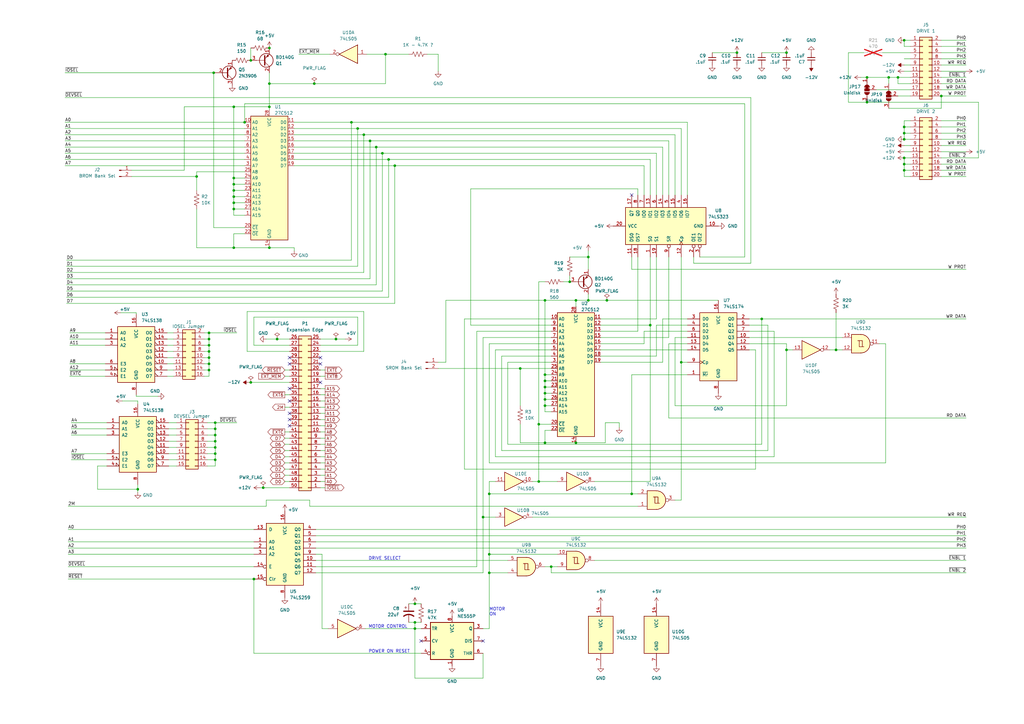
<source format=kicad_sch>
(kicad_sch
	(version 20250114)
	(generator "eeschema")
	(generator_version "9.0")
	(uuid "8d29f76a-632b-4d71-951f-82f85a7a70e9")
	(paper "A3")
	
	(text "DRIVE SELECT"
		(exclude_from_sim no)
		(at 151.13 229.87 0)
		(effects
			(font
				(size 1.27 1.27)
			)
			(justify left bottom)
		)
		(uuid "32096c80-1d98-4ed0-8b17-2c750151b76c")
	)
	(text "MOTOR CONTROL"
		(exclude_from_sim no)
		(at 151.13 257.81 0)
		(effects
			(font
				(size 1.27 1.27)
			)
			(justify left bottom)
		)
		(uuid "b6ef62f4-c465-4c3c-acae-af238f4f26b2")
	)
	(text "POWER ON RESET"
		(exclude_from_sim no)
		(at 151.13 267.97 0)
		(effects
			(font
				(size 1.27 1.27)
			)
			(justify left bottom)
		)
		(uuid "dc85ec82-107c-4516-8ee4-ef92570893f2")
	)
	(text "MOTOR\nON"
		(exclude_from_sim no)
		(at 200.66 252.73 0)
		(effects
			(font
				(size 1.27 1.27)
			)
			(justify left bottom)
		)
		(uuid "f1de4597-caac-4049-8722-f6b4249c5637")
	)
	(junction
		(at 110.49 101.6)
		(diameter 0)
		(color 0 0 0 0)
		(uuid "05c35608-664a-4ca0-a2cf-31b6dd200424")
	)
	(junction
		(at 223.52 156.21)
		(diameter 0)
		(color 0 0 0 0)
		(uuid "0879c555-36d5-4c97-9aed-43411da9ea34")
	)
	(junction
		(at 266.7 133.35)
		(diameter 0)
		(color 0 0 0 0)
		(uuid "0a7b412f-70cb-4bdd-ac90-37c18fe81247")
	)
	(junction
		(at 113.665 139.065)
		(diameter 0)
		(color 0 0 0 0)
		(uuid "0d70563e-f092-45cc-a046-356b7b533eae")
	)
	(junction
		(at 128.905 34.29)
		(diameter 0)
		(color 0 0 0 0)
		(uuid "11855bad-6517-4f30-a89f-01fa51388bef")
	)
	(junction
		(at 85.725 149.225)
		(diameter 0)
		(color 0 0 0 0)
		(uuid "15605a0c-cf96-43bb-bf76-4c3d136378e6")
	)
	(junction
		(at 85.725 146.685)
		(diameter 0)
		(color 0 0 0 0)
		(uuid "1d4718a5-778a-4c3f-af8e-520b4e244b5b")
	)
	(junction
		(at 88.265 188.595)
		(diameter 0)
		(color 0 0 0 0)
		(uuid "1e542cfd-ea36-43ee-93f7-7150fc86a6b4")
	)
	(junction
		(at 368.3 31.75)
		(diameter 0)
		(color 0 0 0 0)
		(uuid "1e8fbe2b-8679-4f6a-aaab-41b5049b065b")
	)
	(junction
		(at 386.08 39.37)
		(diameter 0)
		(color 0 0 0 0)
		(uuid "1ea8a149-4aba-4853-bb4c-0394837ed622")
	)
	(junction
		(at 223.52 163.83)
		(diameter 0)
		(color 0 0 0 0)
		(uuid "1f6afc94-5427-44ba-ab5f-f21ca14d71ab")
	)
	(junction
		(at 200.66 227.33)
		(diameter 0)
		(color 0 0 0 0)
		(uuid "21deab9e-fe49-40f1-b271-ad9e3c1158a7")
	)
	(junction
		(at 88.265 173.355)
		(diameter 0)
		(color 0 0 0 0)
		(uuid "24448ccd-4e6b-4297-b1cd-b6b3f34a53d5")
	)
	(junction
		(at 223.52 161.29)
		(diameter 0)
		(color 0 0 0 0)
		(uuid "245bc0dd-2dc9-4f33-9560-45e6c9b400d0")
	)
	(junction
		(at 95.885 78.105)
		(diameter 0)
		(color 0 0 0 0)
		(uuid "25f08a18-5173-49a1-aa77-e63c3fb09d67")
	)
	(junction
		(at 158.115 22.225)
		(diameter 0)
		(color 0 0 0 0)
		(uuid "27b08bf3-8111-4a1b-96e8-87c4fc51cf03")
	)
	(junction
		(at 100.33 50.165)
		(diameter 0)
		(color 0 0 0 0)
		(uuid "28fb8a3f-b729-4ea4-99d2-cd1ac9fbe931")
	)
	(junction
		(at 88.265 183.515)
		(diameter 0)
		(color 0 0 0 0)
		(uuid "2c34ae5a-d1be-4bcf-bebe-ffa670279c84")
	)
	(junction
		(at 241.3 105.41)
		(diameter 0)
		(color 0 0 0 0)
		(uuid "2fbcbfb6-89ff-44c4-b8ab-a14cc42ccb95")
	)
	(junction
		(at 146.685 52.705)
		(diameter 0)
		(color 0 0 0 0)
		(uuid "30f5f225-0a6f-48a9-bb29-175458688e88")
	)
	(junction
		(at 223.52 153.67)
		(diameter 0)
		(color 0 0 0 0)
		(uuid "3b5798c4-1c2c-4a98-b765-79969f2e65cd")
	)
	(junction
		(at 88.265 180.975)
		(diameter 0)
		(color 0 0 0 0)
		(uuid "3cd3a86d-dd12-4db6-88c3-bb7512f569e8")
	)
	(junction
		(at 95.885 85.725)
		(diameter 0)
		(color 0 0 0 0)
		(uuid "3d15289f-6bd0-498d-9a91-a024047ae632")
	)
	(junction
		(at 370.84 57.15)
		(diameter 0)
		(color 0 0 0 0)
		(uuid "40c57ef4-872a-4933-bfac-3fad98a7faeb")
	)
	(junction
		(at 248.92 123.19)
		(diameter 0)
		(color 0 0 0 0)
		(uuid "411117a2-cbb1-4f78-ac10-4506435da1cc")
	)
	(junction
		(at 95.885 73.025)
		(diameter 0)
		(color 0 0 0 0)
		(uuid "44338e21-f061-4f16-bddc-4b95d1200ff8")
	)
	(junction
		(at 56.515 200.66)
		(diameter 0)
		(color 0 0 0 0)
		(uuid "4474fbc5-95c0-46eb-be76-03f928b7ae21")
	)
	(junction
		(at 302.26 21.59)
		(diameter 0)
		(color 0 0 0 0)
		(uuid "463c12d8-e767-4dd8-97c0-cdb283823d10")
	)
	(junction
		(at 110.49 19.685)
		(diameter 0)
		(color 0 0 0 0)
		(uuid "48f81a56-49db-4185-8015-98a131804cbb")
	)
	(junction
		(at 259.08 202.565)
		(diameter 0)
		(color 0 0 0 0)
		(uuid "4d1bf63f-0fa7-41aa-b85c-9f91e7e3a330")
	)
	(junction
		(at 322.58 21.59)
		(diameter 0)
		(color 0 0 0 0)
		(uuid "5050a3d7-cc2e-41dc-a3ff-0ef2e03614ae")
	)
	(junction
		(at 88.265 175.895)
		(diameter 0)
		(color 0 0 0 0)
		(uuid "528db227-f1ec-48a4-84f3-957e6a0e2945")
	)
	(junction
		(at 85.725 141.605)
		(diameter 0)
		(color 0 0 0 0)
		(uuid "567b4917-422e-4da3-896c-e3f1f7b69bc9")
	)
	(junction
		(at 370.84 16.51)
		(diameter 0)
		(color 0 0 0 0)
		(uuid "5d0ce87b-48fa-46aa-8a28-60ec56664695")
	)
	(junction
		(at 88.265 186.055)
		(diameter 0)
		(color 0 0 0 0)
		(uuid "5f72fc10-b556-4014-a2dc-4c1edea61bbb")
	)
	(junction
		(at 220.98 173.99)
		(diameter 0)
		(color 0 0 0 0)
		(uuid "6268f925-3c3e-4c07-8457-e5d0c0f63fae")
	)
	(junction
		(at 154.305 60.325)
		(diameter 0)
		(color 0 0 0 0)
		(uuid "69a5cb29-894a-4088-9123-a45b36745aad")
	)
	(junction
		(at 88.265 178.435)
		(diameter 0)
		(color 0 0 0 0)
		(uuid "6beb30db-72de-42e8-a0d7-1b562182385d")
	)
	(junction
		(at 220.98 197.485)
		(diameter 0)
		(color 0 0 0 0)
		(uuid "6c2f69b3-9b7c-434c-bb20-a6baea35c014")
	)
	(junction
		(at 102.87 156.845)
		(diameter 0)
		(color 0 0 0 0)
		(uuid "73168b4e-2496-40f1-8c4e-8403ce5a783a")
	)
	(junction
		(at 104.14 237.49)
		(diameter 0)
		(color 0 0 0 0)
		(uuid "73b75c6b-0481-4c40-949d-c5403ad081db")
	)
	(junction
		(at 370.84 54.61)
		(diameter 0)
		(color 0 0 0 0)
		(uuid "786a55f6-f68a-4747-9143-eb9c21ad29f8")
	)
	(junction
		(at 161.925 67.945)
		(diameter 0)
		(color 0 0 0 0)
		(uuid "797db6ae-81a2-4e43-b4a3-1a961e3d2ce2")
	)
	(junction
		(at 151.765 57.785)
		(diameter 0)
		(color 0 0 0 0)
		(uuid "7b51218c-7899-428e-9d5a-d5cbdf48df8f")
	)
	(junction
		(at 159.385 65.405)
		(diameter 0)
		(color 0 0 0 0)
		(uuid "7fbb1f98-7376-4587-9074-f062416820d2")
	)
	(junction
		(at 241.3 123.19)
		(diameter 0)
		(color 0 0 0 0)
		(uuid "813bc9ac-6aff-4f98-8f32-f441000ea493")
	)
	(junction
		(at 233.68 115.57)
		(diameter 0)
		(color 0 0 0 0)
		(uuid "817bd96e-b692-4715-983a-e1dd4ef73bb8")
	)
	(junction
		(at 95.885 83.185)
		(diameter 0)
		(color 0 0 0 0)
		(uuid "82e60a17-5192-47b0-809b-9d2b4e3e2a41")
	)
	(junction
		(at 85.725 136.525)
		(diameter 0)
		(color 0 0 0 0)
		(uuid "83915695-10b4-4375-96ca-404e57c38876")
	)
	(junction
		(at 144.145 50.165)
		(diameter 0)
		(color 0 0 0 0)
		(uuid "84cb6800-fdec-4336-9e0d-692f16a0e20e")
	)
	(junction
		(at 279.4 148.59)
		(diameter 0)
		(color 0 0 0 0)
		(uuid "87a0eb59-2dce-441c-9dd8-c0e92ab69b80")
	)
	(junction
		(at 198.12 212.09)
		(diameter 0)
		(color 0 0 0 0)
		(uuid "8e5d7652-5f57-4b05-a03e-7724a43fa613")
	)
	(junction
		(at 95.885 101.6)
		(diameter 0)
		(color 0 0 0 0)
		(uuid "8f5ebc58-e6f8-4787-8942-a1ec1418d1b7")
	)
	(junction
		(at 322.58 143.51)
		(diameter 0)
		(color 0 0 0 0)
		(uuid "9072744a-3983-4bde-8321-c7b4fbdcaee0")
	)
	(junction
		(at 170.18 257.81)
		(diameter 0)
		(color 0 0 0 0)
		(uuid "94683f4a-bad4-4ca4-aec8-1e76d7911546")
	)
	(junction
		(at 170.18 255.27)
		(diameter 0)
		(color 0 0 0 0)
		(uuid "9689360c-62f4-4ccd-928a-0354a8b12062")
	)
	(junction
		(at 170.18 247.65)
		(diameter 0)
		(color 0 0 0 0)
		(uuid "98f039f2-3a30-409f-8e2f-7f3bd469c43e")
	)
	(junction
		(at 370.84 52.07)
		(diameter 0)
		(color 0 0 0 0)
		(uuid "9a860088-5b1b-4997-b300-ff2cfa89e410")
	)
	(junction
		(at 80.645 72.39)
		(diameter 0)
		(color 0 0 0 0)
		(uuid "9c85b338-410e-4f21-85a1-16cc577a80f6")
	)
	(junction
		(at 223.52 181.61)
		(diameter 0)
		(color 0 0 0 0)
		(uuid "9fe2b187-bc45-4cca-a998-2f56a15f492e")
	)
	(junction
		(at 213.36 151.13)
		(diameter 0)
		(color 0 0 0 0)
		(uuid "a3fd1932-06aa-4647-b2d8-ad94fa969d00")
	)
	(junction
		(at 156.845 62.865)
		(diameter 0)
		(color 0 0 0 0)
		(uuid "a40c354b-9e3f-4183-952c-982ff222b866")
	)
	(junction
		(at 223.52 158.75)
		(diameter 0)
		(color 0 0 0 0)
		(uuid "a55a0779-c230-4e34-bb7b-f0f7788b5802")
	)
	(junction
		(at 85.725 139.065)
		(diameter 0)
		(color 0 0 0 0)
		(uuid "a83d4110-ac2d-4f84-be37-09b66f571eb9")
	)
	(junction
		(at 370.84 67.31)
		(diameter 0)
		(color 0 0 0 0)
		(uuid "a8b53387-bb5e-4160-878a-021b66310ef4")
	)
	(junction
		(at 95.885 80.645)
		(diameter 0)
		(color 0 0 0 0)
		(uuid "a8beffd9-87f8-453c-afce-3b5f62487bd7")
	)
	(junction
		(at 110.49 34.29)
		(diameter 0)
		(color 0 0 0 0)
		(uuid "aa1ed054-f711-417c-8905-992984459449")
	)
	(junction
		(at 87.63 29.845)
		(diameter 0)
		(color 0 0 0 0)
		(uuid "aa8fb7e6-99cf-47d0-8987-dd0143778620")
	)
	(junction
		(at 85.725 151.765)
		(diameter 0)
		(color 0 0 0 0)
		(uuid "b1fa9f39-1a4a-4822-9751-a1f130395fdb")
	)
	(junction
		(at 85.725 144.145)
		(diameter 0)
		(color 0 0 0 0)
		(uuid "b39130d2-2e46-4427-8a0f-d53c56f819d3")
	)
	(junction
		(at 200.66 202.565)
		(diameter 0)
		(color 0 0 0 0)
		(uuid "b3d6d337-68bb-4836-b7fe-89e885bcad7c")
	)
	(junction
		(at 107.95 200.025)
		(diameter 0)
		(color 0 0 0 0)
		(uuid "b43531cc-d855-47bf-9fda-9f8d05b34154")
	)
	(junction
		(at 370.84 64.77)
		(diameter 0)
		(color 0 0 0 0)
		(uuid "b6c465a5-bb87-454a-97c7-05467e0dccf6")
	)
	(junction
		(at 200.66 234.95)
		(diameter 0)
		(color 0 0 0 0)
		(uuid "bf10109e-476a-4edb-af39-68c09c46d515")
	)
	(junction
		(at 149.225 55.245)
		(diameter 0)
		(color 0 0 0 0)
		(uuid "bf139f30-b47c-44ad-b650-ef3c6c14a974")
	)
	(junction
		(at 223.52 166.37)
		(diameter 0)
		(color 0 0 0 0)
		(uuid "cf82bfd1-c322-4834-8111-b1cc12dbb0c1")
	)
	(junction
		(at 355.6 31.75)
		(diameter 0)
		(color 0 0 0 0)
		(uuid "e148e5c5-24ad-4f9f-95ae-ac7f40a64813")
	)
	(junction
		(at 236.22 181.61)
		(diameter 0)
		(color 0 0 0 0)
		(uuid "e1ed6a2a-b089-4042-ae3a-4aafc9c776cd")
	)
	(junction
		(at 342.9 143.51)
		(diameter 0)
		(color 0 0 0 0)
		(uuid "e2416487-9682-4e25-b69e-39b86bcb6212")
	)
	(junction
		(at 223.52 123.19)
		(diameter 0)
		(color 0 0 0 0)
		(uuid "e44c4ffb-887d-4faa-822f-fe542d4a4c90")
	)
	(junction
		(at 137.795 139.065)
		(diameter 0)
		(color 0 0 0 0)
		(uuid "e76ea7fc-527b-4625-91f4-3cce4c59b318")
	)
	(junction
		(at 236.22 123.19)
		(diameter 0)
		(color 0 0 0 0)
		(uuid "e7b57ddc-28e9-4fe3-beee-f7ac91049199")
	)
	(junction
		(at 370.84 69.85)
		(diameter 0)
		(color 0 0 0 0)
		(uuid "e842378a-2f4b-489f-9cb1-df531ab6638b")
	)
	(junction
		(at 312.42 130.81)
		(diameter 0)
		(color 0 0 0 0)
		(uuid "ec467555-1589-4c66-b85c-290dc8c684e7")
	)
	(junction
		(at 95.885 43.815)
		(diameter 0)
		(color 0 0 0 0)
		(uuid "ec4ee92f-b995-4c82-a511-8424fb0c79b2")
	)
	(junction
		(at 102.87 24.765)
		(diameter 0)
		(color 0 0 0 0)
		(uuid "f3c78879-5f49-4fbc-8c25-cdbf689615e4")
	)
	(junction
		(at 226.06 232.41)
		(diameter 0)
		(color 0 0 0 0)
		(uuid "f7d6edbc-0cf0-400c-bdd8-390463e62a6f")
	)
	(junction
		(at 364.49 31.75)
		(diameter 0)
		(color 0 0 0 0)
		(uuid "f866dbb5-de03-4d6d-a840-f4944249ed73")
	)
	(junction
		(at 95.885 75.565)
		(diameter 0)
		(color 0 0 0 0)
		(uuid "fc92d096-10d0-42f8-9ddf-df80125b38cd")
	)
	(junction
		(at 355.6 41.91)
		(diameter 0)
		(color 0 0 0 0)
		(uuid "fe2cb73c-c9d3-40ab-a3af-645fc2e660d9")
	)
	(junction
		(at 110.49 43.815)
		(diameter 0)
		(color 0 0 0 0)
		(uuid "fe4b238e-e2ac-4962-9665-41ac3473b4bd")
	)
	(no_connect
		(at 131.445 146.685)
		(uuid "09cb5ca2-f037-4767-bd4d-094c054413ca")
	)
	(no_connect
		(at 118.745 149.225)
		(uuid "0c808b20-1ba0-487f-bde6-631fcdf86992")
	)
	(no_connect
		(at 172.72 262.89)
		(uuid "24ce83df-adc7-49b1-8de5-59140a6a241c")
	)
	(no_connect
		(at 259.08 80.01)
		(uuid "3801ac87-4c62-4d90-bb89-bd02a827a7a2")
	)
	(no_connect
		(at 118.745 172.085)
		(uuid "3df9b39c-f7bd-4e28-98f6-f2a8b555dccf")
	)
	(no_connect
		(at 118.745 169.545)
		(uuid "5ea4b0f4-536a-4279-ac4c-04203f194641")
	)
	(no_connect
		(at 131.445 149.225)
		(uuid "74c89753-aa43-46ac-82d6-f1c8035f7dc9")
	)
	(no_connect
		(at 198.12 262.89)
		(uuid "76bde493-9706-455b-a7ea-a279cace855f")
	)
	(no_connect
		(at 118.745 164.465)
		(uuid "7f40a9b2-6015-430a-bf2e-e9397fb5675f")
	)
	(no_connect
		(at 118.745 146.685)
		(uuid "845f3c28-3ea3-4169-9f2b-9dd6d4e7a7f3")
	)
	(no_connect
		(at 131.445 156.845)
		(uuid "a65c5215-f32e-4281-a70d-d2e04994f325")
	)
	(no_connect
		(at 118.745 174.625)
		(uuid "cc97dbf1-a437-4548-ac8f-50dfd2b59e4a")
	)
	(no_connect
		(at 118.745 159.385)
		(uuid "dfa21c67-ce2b-471f-aa3e-6773bee1e862")
	)
	(wire
		(pts
			(xy 322.58 140.97) (xy 322.58 143.51)
		)
		(stroke
			(width 0)
			(type default)
		)
		(uuid "002fd2d7-be66-4a87-8e49-65dcdd3be486")
	)
	(wire
		(pts
			(xy 248.285 181.61) (xy 248.285 173.355)
		)
		(stroke
			(width 0)
			(type default)
		)
		(uuid "003a73d5-bba8-4f69-b405-e7bae5f6934b")
	)
	(wire
		(pts
			(xy 386.08 44.45) (xy 386.08 39.37)
		)
		(stroke
			(width 0)
			(type default)
		)
		(uuid "005520ab-aa54-434d-95d0-10b1cd21ee1c")
	)
	(wire
		(pts
			(xy 85.725 136.525) (xy 85.725 139.065)
		)
		(stroke
			(width 0)
			(type default)
		)
		(uuid "00a94d22-003f-40ec-845f-c4453633bc53")
	)
	(wire
		(pts
			(xy 56.515 198.755) (xy 56.515 200.66)
		)
		(stroke
			(width 0)
			(type default)
		)
		(uuid "010d2632-ed4a-42a1-88c1-728d0e602dd6")
	)
	(wire
		(pts
			(xy 120.65 102.87) (xy 120.65 101.6)
		)
		(stroke
			(width 0)
			(type default)
		)
		(uuid "0185753a-a588-46cb-9bd2-7d92b7488512")
	)
	(wire
		(pts
			(xy 223.52 161.29) (xy 223.52 163.83)
		)
		(stroke
			(width 0)
			(type default)
		)
		(uuid "01ba4be6-9e75-4304-ab82-859249ee68f2")
	)
	(wire
		(pts
			(xy 193.04 77.47) (xy 193.04 133.35)
		)
		(stroke
			(width 0)
			(type default)
		)
		(uuid "01cfb3cc-45cf-4443-824a-1ca7d2dfc72d")
	)
	(wire
		(pts
			(xy 179.705 151.13) (xy 213.36 151.13)
		)
		(stroke
			(width 0)
			(type default)
		)
		(uuid "01d83745-668f-4543-9cc1-4a77d118a2b3")
	)
	(wire
		(pts
			(xy 170.18 257.81) (xy 172.72 257.81)
		)
		(stroke
			(width 0)
			(type default)
		)
		(uuid "02da0d16-3d12-46a4-9bc8-dac4689f99fc")
	)
	(wire
		(pts
			(xy 28.575 139.065) (xy 43.18 139.065)
		)
		(stroke
			(width 0)
			(type default)
		)
		(uuid "0372d352-2b15-4522-a99d-9b308d4b21f3")
	)
	(wire
		(pts
			(xy 236.22 123.19) (xy 236.22 125.73)
		)
		(stroke
			(width 0)
			(type default)
		)
		(uuid "03d3d3d3-e776-4c5d-a5f8-483f41545fa0")
	)
	(wire
		(pts
			(xy 276.86 55.245) (xy 276.86 80.01)
		)
		(stroke
			(width 0)
			(type default)
		)
		(uuid "040f556c-b731-474e-ba57-fe04d7580ff1")
	)
	(wire
		(pts
			(xy 203.2 187.325) (xy 317.5 187.325)
		)
		(stroke
			(width 0)
			(type default)
		)
		(uuid "0553e7ea-1d50-48ac-ac36-3cd63cd9aeea")
	)
	(wire
		(pts
			(xy 370.84 54.61) (xy 370.84 57.15)
		)
		(stroke
			(width 0)
			(type default)
		)
		(uuid "05fc52a7-2bcc-4649-8376-4c214b84bb97")
	)
	(wire
		(pts
			(xy 83.82 141.605) (xy 85.725 141.605)
		)
		(stroke
			(width 0)
			(type default)
		)
		(uuid "069b6b70-2781-406e-a655-e9752625b982")
	)
	(wire
		(pts
			(xy 104.14 130.048) (xy 104.14 141.605)
		)
		(stroke
			(width 0)
			(type default)
		)
		(uuid "07f2b615-5605-464c-80d8-11014832cdd0")
	)
	(wire
		(pts
			(xy 158.115 34.29) (xy 158.115 22.225)
		)
		(stroke
			(width 0)
			(type default)
		)
		(uuid "07f86f79-4086-4875-8ceb-b9ee61abd8d7")
	)
	(wire
		(pts
			(xy 129.54 229.87) (xy 208.28 229.87)
		)
		(stroke
			(width 0)
			(type default)
		)
		(uuid "07f89384-a348-4bbf-a28a-b33c80b0b3ed")
	)
	(wire
		(pts
			(xy 236.22 181.61) (xy 223.52 181.61)
		)
		(stroke
			(width 0)
			(type default)
		)
		(uuid "0823ec80-9f4f-4636-8f6b-e201415c7393")
	)
	(wire
		(pts
			(xy 386.08 69.85) (xy 396.24 69.85)
		)
		(stroke
			(width 0)
			(type default)
		)
		(uuid "08362519-b1e4-4590-b4b6-c24b3a2cf7bb")
	)
	(wire
		(pts
			(xy 190.5 192.405) (xy 309.88 192.405)
		)
		(stroke
			(width 0)
			(type default)
		)
		(uuid "0a546a50-d10e-4e34-9f3b-20da1ac81caa")
	)
	(wire
		(pts
			(xy 226.06 234.95) (xy 396.24 234.95)
		)
		(stroke
			(width 0)
			(type default)
		)
		(uuid "0ae6ec9f-c2d0-41a1-90f4-0b58ed9f7c02")
	)
	(wire
		(pts
			(xy 120.65 60.325) (xy 154.305 60.325)
		)
		(stroke
			(width 0)
			(type default)
		)
		(uuid "0b9926af-65cd-4ea2-9312-fe7c9913ce8e")
	)
	(wire
		(pts
			(xy 83.82 144.145) (xy 85.725 144.145)
		)
		(stroke
			(width 0)
			(type default)
		)
		(uuid "0be18984-773f-49ef-a1ef-0ae3e40ae114")
	)
	(wire
		(pts
			(xy 246.38 133.35) (xy 266.7 133.35)
		)
		(stroke
			(width 0)
			(type default)
		)
		(uuid "0c7cadb5-6da1-4221-83d0-f0170aff118f")
	)
	(wire
		(pts
			(xy 131.445 189.865) (xy 133.35 189.865)
		)
		(stroke
			(width 0)
			(type default)
		)
		(uuid "0cd9d382-dd16-4687-ae20-27db55c4969f")
	)
	(wire
		(pts
			(xy 322.58 21.59) (xy 312.42 21.59)
		)
		(stroke
			(width 0)
			(type default)
		)
		(uuid "0eb99482-694f-4ff1-89fa-58ae1322d661")
	)
	(wire
		(pts
			(xy 95.885 83.185) (xy 95.885 85.725)
		)
		(stroke
			(width 0)
			(type default)
		)
		(uuid "0ee42175-0922-4fb8-8624-c0ef2f28e750")
	)
	(wire
		(pts
			(xy 29.21 178.435) (xy 43.815 178.435)
		)
		(stroke
			(width 0)
			(type default)
		)
		(uuid "0eeabcd7-348c-496c-bf89-9efee8011e76")
	)
	(wire
		(pts
			(xy 75.565 43.815) (xy 75.565 69.85)
		)
		(stroke
			(width 0)
			(type default)
		)
		(uuid "0f6a6bb9-658a-4cc8-aaab-2f8456bff783")
	)
	(wire
		(pts
			(xy 220.98 115.57) (xy 220.98 173.99)
		)
		(stroke
			(width 0)
			(type default)
		)
		(uuid "0fe8bb65-946b-4e9d-a4b7-45277f4d9e4f")
	)
	(wire
		(pts
			(xy 131.445 161.925) (xy 133.35 161.925)
		)
		(stroke
			(width 0)
			(type default)
		)
		(uuid "11530c3b-e92a-4222-8587-26beff227523")
	)
	(wire
		(pts
			(xy 223.52 156.21) (xy 226.06 156.21)
		)
		(stroke
			(width 0)
			(type default)
		)
		(uuid "11aec3cf-6786-4b61-9abd-5102df521d8b")
	)
	(wire
		(pts
			(xy 85.725 149.225) (xy 85.725 151.765)
		)
		(stroke
			(width 0)
			(type default)
		)
		(uuid "11dd4137-c665-4866-85ed-f9fe8e15cd9c")
	)
	(wire
		(pts
			(xy 146.685 130.048) (xy 104.14 130.048)
		)
		(stroke
			(width 0)
			(type default)
		)
		(uuid "12ae0546-56ce-4946-ae78-a3f728f0fec8")
	)
	(wire
		(pts
			(xy 223.52 166.37) (xy 226.06 166.37)
		)
		(stroke
			(width 0)
			(type default)
		)
		(uuid "146549e8-1fcd-4d37-bd27-c60fa48989bf")
	)
	(wire
		(pts
			(xy 80.645 78.105) (xy 80.645 72.39)
		)
		(stroke
			(width 0)
			(type default)
		)
		(uuid "1494a00a-d5e6-40d3-8a0d-634b4142dc48")
	)
	(wire
		(pts
			(xy 129.54 219.71) (xy 396.24 219.71)
		)
		(stroke
			(width 0)
			(type default)
		)
		(uuid "1509c567-c73b-47f2-8d0f-5f03d2c921cd")
	)
	(wire
		(pts
			(xy 101.346 144.145) (xy 118.745 144.145)
		)
		(stroke
			(width 0)
			(type default)
		)
		(uuid "151c7a5c-1632-4466-9a42-660310eb7d64")
	)
	(wire
		(pts
			(xy 116.84 167.005) (xy 118.745 167.005)
		)
		(stroke
			(width 0)
			(type default)
		)
		(uuid "15b9b2c6-c334-4e36-8e4f-94f73fcd7630")
	)
	(wire
		(pts
			(xy 131.445 154.305) (xy 133.35 154.305)
		)
		(stroke
			(width 0)
			(type default)
		)
		(uuid "16401bde-830b-4199-83e6-9779a594a4d2")
	)
	(wire
		(pts
			(xy 116.84 192.405) (xy 118.745 192.405)
		)
		(stroke
			(width 0)
			(type default)
		)
		(uuid "17982d4b-6e11-43bc-b285-ce88a4c766c4")
	)
	(wire
		(pts
			(xy 149.225 55.245) (xy 149.225 111.76)
		)
		(stroke
			(width 0)
			(type default)
		)
		(uuid "188d085c-7dae-4530-bce0-1bd1ae787617")
	)
	(wire
		(pts
			(xy 27.305 109.22) (xy 146.685 109.22)
		)
		(stroke
			(width 0)
			(type default)
		)
		(uuid "18bb29e6-bd56-4695-9c90-9d4b55326793")
	)
	(wire
		(pts
			(xy 95.885 80.645) (xy 100.33 80.645)
		)
		(stroke
			(width 0)
			(type default)
		)
		(uuid "18cd97b8-567e-461a-a569-6d9b12001701")
	)
	(wire
		(pts
			(xy 161.925 67.945) (xy 161.925 124.46)
		)
		(stroke
			(width 0)
			(type default)
		)
		(uuid "19500551-9ab5-4760-9805-a118fda9c985")
	)
	(wire
		(pts
			(xy 137.795 139.065) (xy 141.605 139.065)
		)
		(stroke
			(width 0)
			(type default)
		)
		(uuid "1aba3dc2-049b-4e21-8ae3-c106f809e894")
	)
	(wire
		(pts
			(xy 305.435 105.41) (xy 287.02 105.41)
		)
		(stroke
			(width 0)
			(type default)
		)
		(uuid "1b90a748-4469-4403-b368-76126115304b")
	)
	(wire
		(pts
			(xy 131.445 187.325) (xy 133.35 187.325)
		)
		(stroke
			(width 0)
			(type default)
		)
		(uuid "1bdb2ec4-0b54-486d-ab8a-3a3cf73fc46f")
	)
	(wire
		(pts
			(xy 386.08 67.31) (xy 396.24 67.31)
		)
		(stroke
			(width 0)
			(type default)
		)
		(uuid "1be80b5c-5e71-4a4a-961c-b34579570a79")
	)
	(wire
		(pts
			(xy 144.145 50.165) (xy 281.94 50.165)
		)
		(stroke
			(width 0)
			(type default)
		)
		(uuid "1c9db634-753f-4221-a5bc-7ad4208eb554")
	)
	(wire
		(pts
			(xy 129.54 224.79) (xy 396.24 224.79)
		)
		(stroke
			(width 0)
			(type default)
		)
		(uuid "1cab1c13-e5e2-44d6-8611-199df41cc51a")
	)
	(wire
		(pts
			(xy 223.52 161.29) (xy 226.06 161.29)
		)
		(stroke
			(width 0)
			(type default)
		)
		(uuid "1cb61f41-3d1c-4dff-9479-62fab2287e26")
	)
	(wire
		(pts
			(xy 386.08 57.15) (xy 396.24 57.15)
		)
		(stroke
			(width 0)
			(type default)
		)
		(uuid "1d496e3c-d9a8-486f-a410-c99bf08bd807")
	)
	(wire
		(pts
			(xy 364.49 31.75) (xy 368.3 31.75)
		)
		(stroke
			(width 0)
			(type default)
		)
		(uuid "1dda161e-260d-4726-85f3-e91e571d654a")
	)
	(wire
		(pts
			(xy 198.12 138.43) (xy 198.12 212.09)
		)
		(stroke
			(width 0)
			(type default)
		)
		(uuid "1e9b3331-6e4c-425f-bd5b-40abfe37006d")
	)
	(wire
		(pts
			(xy 159.385 65.405) (xy 159.385 121.92)
		)
		(stroke
			(width 0)
			(type default)
		)
		(uuid "1eb92119-727b-45ae-afe1-c32360d66c60")
	)
	(wire
		(pts
			(xy 213.36 181.61) (xy 213.36 173.99)
		)
		(stroke
			(width 0)
			(type default)
		)
		(uuid "1f047f7a-4f58-483c-a838-16e33a170444")
	)
	(wire
		(pts
			(xy 236.22 123.19) (xy 241.3 123.19)
		)
		(stroke
			(width 0)
			(type default)
		)
		(uuid "1f822886-b150-4786-b463-4be39e03903a")
	)
	(wire
		(pts
			(xy 386.08 64.77) (xy 401.32 64.77)
		)
		(stroke
			(width 0)
			(type default)
		)
		(uuid "1fe2f8af-ca13-49d2-b540-1d676020e7bd")
	)
	(wire
		(pts
			(xy 149.225 144.145) (xy 149.225 127.762)
		)
		(stroke
			(width 0)
			(type default)
		)
		(uuid "203d27a7-ebba-4d12-badd-bc5fc73a868a")
	)
	(wire
		(pts
			(xy 95.885 101.6) (xy 80.645 101.6)
		)
		(stroke
			(width 0)
			(type default)
		)
		(uuid "204e05df-26b4-4276-bf7a-8eea107c2c98")
	)
	(wire
		(pts
			(xy 146.685 52.705) (xy 279.4 52.705)
		)
		(stroke
			(width 0)
			(type default)
		)
		(uuid "206dcf71-bf16-4891-9f5e-88ec4e245610")
	)
	(wire
		(pts
			(xy 302.26 21.59) (xy 292.1 21.59)
		)
		(stroke
			(width 0)
			(type default)
		)
		(uuid "20b6a1e8-b9fb-42eb-aebb-c1936f2291ce")
	)
	(wire
		(pts
			(xy 68.58 146.685) (xy 71.12 146.685)
		)
		(stroke
			(width 0)
			(type default)
		)
		(uuid "226991fb-ca2b-48ff-8520-0a29fe7d9306")
	)
	(wire
		(pts
			(xy 353.06 31.75) (xy 355.6 31.75)
		)
		(stroke
			(width 0)
			(type default)
		)
		(uuid "22875feb-91b0-472b-8b00-e74ac9893d1e")
	)
	(wire
		(pts
			(xy 269.24 62.865) (xy 269.24 80.01)
		)
		(stroke
			(width 0)
			(type default)
		)
		(uuid "2375a23b-508c-4bd3-8e4f-5aebe6b07800")
	)
	(wire
		(pts
			(xy 80.645 72.39) (xy 80.645 70.485)
		)
		(stroke
			(width 0)
			(type default)
		)
		(uuid "23955a25-f4da-497a-b473-c0e5f5f270aa")
	)
	(wire
		(pts
			(xy 182.88 123.19) (xy 182.88 148.59)
		)
		(stroke
			(width 0)
			(type default)
		)
		(uuid "2398833d-04b7-452d-ba6b-d7e4fe02f403")
	)
	(wire
		(pts
			(xy 274.32 105.41) (xy 274.32 138.43)
		)
		(stroke
			(width 0)
			(type default)
		)
		(uuid "23cc4ae3-9b03-40bb-82e0-23fc4d40ea5f")
	)
	(wire
		(pts
			(xy 29.21 173.355) (xy 43.815 173.355)
		)
		(stroke
			(width 0)
			(type default)
		)
		(uuid "23d03d7f-3fa3-4262-94ef-c7d67723f473")
	)
	(wire
		(pts
			(xy 363.22 189.865) (xy 363.22 140.97)
		)
		(stroke
			(width 0)
			(type default)
		)
		(uuid "24bfe3c6-60e2-4a78-bb62-924392218143")
	)
	(wire
		(pts
			(xy 131.445 179.705) (xy 133.35 179.705)
		)
		(stroke
			(width 0)
			(type default)
		)
		(uuid "25d35aca-2b44-482d-a9c6-cd18913cbaf2")
	)
	(wire
		(pts
			(xy 317.5 187.325) (xy 317.5 135.89)
		)
		(stroke
			(width 0)
			(type default)
		)
		(uuid "26bfe3d7-2568-4e2f-8999-9e95f79e347d")
	)
	(wire
		(pts
			(xy 85.09 173.355) (xy 88.265 173.355)
		)
		(stroke
			(width 0)
			(type default)
		)
		(uuid "27b53377-6b90-493b-b895-b0fcefdc409c")
	)
	(wire
		(pts
			(xy 55.88 162.56) (xy 55.88 161.925)
		)
		(stroke
			(width 0)
			(type default)
		)
		(uuid "285627d0-acc1-4cd2-89a3-1af34c724ae4")
	)
	(wire
		(pts
			(xy 27.94 207.645) (xy 109.22 207.645)
		)
		(stroke
			(width 0)
			(type default)
		)
		(uuid "29c06ac6-9c42-4ff5-bb25-48d0c8388580")
	)
	(wire
		(pts
			(xy 170.18 278.13) (xy 170.18 257.81)
		)
		(stroke
			(width 0)
			(type default)
		)
		(uuid "2a298268-8c25-4a45-ac9c-e4dea7c4f57f")
	)
	(wire
		(pts
			(xy 100.33 42.545) (xy 100.33 50.165)
		)
		(stroke
			(width 0)
			(type default)
		)
		(uuid "2a2a7cf9-e7e9-47ed-92d0-ed0421f9cb4d")
	)
	(wire
		(pts
			(xy 131.445 174.625) (xy 133.35 174.625)
		)
		(stroke
			(width 0)
			(type default)
		)
		(uuid "2ab04268-d2c1-443d-9da8-f95d2b922db2")
	)
	(wire
		(pts
			(xy 53.975 72.39) (xy 80.645 72.39)
		)
		(stroke
			(width 0)
			(type default)
		)
		(uuid "2b5a2f12-d2ee-4114-84b5-06e37c3a525f")
	)
	(wire
		(pts
			(xy 342.9 143.51) (xy 342.9 128.27)
		)
		(stroke
			(width 0)
			(type default)
		)
		(uuid "2ba5ec4f-a8db-4682-b3f7-54096fceba9a")
	)
	(wire
		(pts
			(xy 243.84 197.485) (xy 266.7 197.485)
		)
		(stroke
			(width 0)
			(type default)
		)
		(uuid "2c16da2e-69d4-4190-802f-fbd3cd59c96a")
	)
	(wire
		(pts
			(xy 129.54 234.95) (xy 198.12 234.95)
		)
		(stroke
			(width 0)
			(type default)
		)
		(uuid "2c8f55da-067b-4d3b-820e-5c0a11e5c7ab")
	)
	(wire
		(pts
			(xy 266.7 65.405) (xy 266.7 80.01)
		)
		(stroke
			(width 0)
			(type default)
		)
		(uuid "2c9b0c63-46b3-42f9-8c9e-6a34c099e00c")
	)
	(wire
		(pts
			(xy 190.5 130.81) (xy 226.06 130.81)
		)
		(stroke
			(width 0)
			(type default)
		)
		(uuid "2c9b1e05-123b-4754-adb2-bc98e3bb0e97")
	)
	(wire
		(pts
			(xy 27.305 106.68) (xy 144.145 106.68)
		)
		(stroke
			(width 0)
			(type default)
		)
		(uuid "2cbe804e-fa9f-40b7-8273-4e50a6d4c6f4")
	)
	(wire
		(pts
			(xy 27.305 111.76) (xy 149.225 111.76)
		)
		(stroke
			(width 0)
			(type default)
		)
		(uuid "2cc0634a-2688-4834-ae28-e2595dafd825")
	)
	(wire
		(pts
			(xy 200.66 227.33) (xy 200.66 234.95)
		)
		(stroke
			(width 0)
			(type default)
		)
		(uuid "2cc630b5-2500-4fa2-886f-ccf6a7ba2fa0")
	)
	(wire
		(pts
			(xy 95.885 83.185) (xy 100.33 83.185)
		)
		(stroke
			(width 0)
			(type default)
		)
		(uuid "2d35af53-f4dc-4d5f-894d-cb4d07b6d7c6")
	)
	(wire
		(pts
			(xy 83.82 154.305) (xy 85.725 154.305)
		)
		(stroke
			(width 0)
			(type default)
		)
		(uuid "2e1afdfd-04a4-4a81-86fa-5d91ad3a5d78")
	)
	(wire
		(pts
			(xy 116.84 182.245) (xy 118.745 182.245)
		)
		(stroke
			(width 0)
			(type default)
		)
		(uuid "2f250031-cd09-4dcd-a85f-5ef9ad5a6c05")
	)
	(wire
		(pts
			(xy 386.08 21.59) (xy 396.24 21.59)
		)
		(stroke
			(width 0)
			(type default)
		)
		(uuid "2f6019e0-a517-4718-a181-073367eb84ab")
	)
	(wire
		(pts
			(xy 200.66 140.97) (xy 200.66 189.865)
		)
		(stroke
			(width 0)
			(type default)
		)
		(uuid "2fb296b0-6096-4c7a-85c9-e6a15a41ef1a")
	)
	(wire
		(pts
			(xy 95.885 75.565) (xy 95.885 78.105)
		)
		(stroke
			(width 0)
			(type default)
		)
		(uuid "30403b14-9def-435c-bd6f-a85844ce71df")
	)
	(wire
		(pts
			(xy 27.305 124.46) (xy 161.925 124.46)
		)
		(stroke
			(width 0)
			(type default)
		)
		(uuid "30d6aadb-d508-4cae-a200-774e606bbfa1")
	)
	(wire
		(pts
			(xy 233.68 115.57) (xy 231.14 115.57)
		)
		(stroke
			(width 0)
			(type default)
		)
		(uuid "31b5ebc2-359a-436c-b28f-d05f12289e57")
	)
	(wire
		(pts
			(xy 261.62 105.41) (xy 261.62 135.89)
		)
		(stroke
			(width 0)
			(type default)
		)
		(uuid "31d27f1b-b8bd-4e3f-b671-71b0b22ff6ff")
	)
	(wire
		(pts
			(xy 28.575 136.525) (xy 43.18 136.525)
		)
		(stroke
			(width 0)
			(type default)
		)
		(uuid "32ebe881-783b-4267-a979-85a0df767077")
	)
	(wire
		(pts
			(xy 200.66 189.865) (xy 363.22 189.865)
		)
		(stroke
			(width 0)
			(type default)
		)
		(uuid "34df1aa3-641f-4d1c-aae0-195b7c53ff43")
	)
	(wire
		(pts
			(xy 307.34 135.89) (xy 317.5 135.89)
		)
		(stroke
			(width 0)
			(type default)
		)
		(uuid "353ea4d8-3abc-48c0-990c-e9d2b9121467")
	)
	(wire
		(pts
			(xy 281.94 50.165) (xy 281.94 80.01)
		)
		(stroke
			(width 0)
			(type default)
		)
		(uuid "355d96a7-b863-431a-a668-481b97175e85")
	)
	(wire
		(pts
			(xy 131.445 192.405) (xy 133.35 192.405)
		)
		(stroke
			(width 0)
			(type default)
		)
		(uuid "35ee101e-87d7-4b57-ab93-1eb6551f657b")
	)
	(wire
		(pts
			(xy 80.645 85.725) (xy 80.645 101.6)
		)
		(stroke
			(width 0)
			(type default)
		)
		(uuid "3602f1c3-a297-477e-8d41-723debe510c7")
	)
	(wire
		(pts
			(xy 131.445 200.025) (xy 133.35 200.025)
		)
		(stroke
			(width 0)
			(type default)
		)
		(uuid "36320a72-48da-4e36-8f3e-297e7299917f")
	)
	(wire
		(pts
			(xy 27.94 217.17) (xy 104.14 217.17)
		)
		(stroke
			(width 0)
			(type default)
		)
		(uuid "369901b2-1923-434e-a616-68211a0c0ce3")
	)
	(wire
		(pts
			(xy 49.53 128.27) (xy 55.88 128.27)
		)
		(stroke
			(width 0)
			(type default)
		)
		(uuid "3ab9f7fa-bb85-4bd9-a0b9-1a628caa4860")
	)
	(wire
		(pts
			(xy 167.64 247.65) (xy 170.18 247.65)
		)
		(stroke
			(width 0)
			(type default)
		)
		(uuid "3d57f0a0-b1c2-4787-ae65-480f4bd3f77f")
	)
	(wire
		(pts
			(xy 370.84 49.53) (xy 370.84 52.07)
		)
		(stroke
			(width 0)
			(type default)
		)
		(uuid "3d95c92d-78c7-41b6-8e43-8b3d8ab38152")
	)
	(wire
		(pts
			(xy 386.08 31.75) (xy 396.24 31.75)
		)
		(stroke
			(width 0)
			(type default)
		)
		(uuid "3ec79136-0629-45f8-b356-c72f40a2e69d")
	)
	(wire
		(pts
			(xy 218.44 197.485) (xy 220.98 197.485)
		)
		(stroke
			(width 0)
			(type default)
		)
		(uuid "3ef97970-f9aa-4dc6-890a-33e0c998d573")
	)
	(wire
		(pts
			(xy 243.84 229.87) (xy 396.24 229.87)
		)
		(stroke
			(width 0)
			(type default)
		)
		(uuid "3f141edf-b1b7-4c25-823b-bfa03f422569")
	)
	(wire
		(pts
			(xy 259.08 202.565) (xy 261.62 202.565)
		)
		(stroke
			(width 0)
			(type default)
		)
		(uuid "3fa16c28-6be2-4e36-9bc7-2cd17d08b4ad")
	)
	(wire
		(pts
			(xy 95.885 85.725) (xy 95.885 88.265)
		)
		(stroke
			(width 0)
			(type default)
		)
		(uuid "3facc87a-ce1e-47ac-b4be-1cdec47aa07f")
	)
	(wire
		(pts
			(xy 386.08 24.13) (xy 396.24 24.13)
		)
		(stroke
			(width 0)
			(type default)
		)
		(uuid "3feed079-8bc6-4d67-ab7d-8e4a65739e53")
	)
	(wire
		(pts
			(xy 43.815 191.135) (xy 40.005 191.135)
		)
		(stroke
			(width 0)
			(type default)
		)
		(uuid "3fff86d1-0215-40f2-b4f5-1d9d13e46f2d")
	)
	(wire
		(pts
			(xy 26.67 62.865) (xy 100.33 62.865)
		)
		(stroke
			(width 0)
			(type default)
		)
		(uuid "4019359a-3bb6-4c73-be9d-69368d44296d")
	)
	(wire
		(pts
			(xy 363.22 140.97) (xy 360.68 140.97)
		)
		(stroke
			(width 0)
			(type default)
		)
		(uuid "4073090a-4063-48ca-bfd0-7b0959a55051")
	)
	(wire
		(pts
			(xy 261.62 77.47) (xy 261.62 80.01)
		)
		(stroke
			(width 0)
			(type default)
		)
		(uuid "40a91ace-baf0-4028-b422-59ec3ca66b70")
	)
	(wire
		(pts
			(xy 223.52 123.19) (xy 236.22 123.19)
		)
		(stroke
			(width 0)
			(type default)
		)
		(uuid "40b37fdc-49cf-470d-801c-1a777e9b0e0e")
	)
	(wire
		(pts
			(xy 370.84 29.21) (xy 373.38 29.21)
		)
		(stroke
			(width 0)
			(type default)
		)
		(uuid "41060587-c2d8-4e8f-a01c-928ff4b0ca66")
	)
	(wire
		(pts
			(xy 208.28 148.59) (xy 226.06 148.59)
		)
		(stroke
			(width 0)
			(type default)
		)
		(uuid "413955d3-54ef-4cef-a747-15446cda4e53")
	)
	(wire
		(pts
			(xy 156.845 62.865) (xy 156.845 119.38)
		)
		(stroke
			(width 0)
			(type default)
		)
		(uuid "42282eba-76d3-4680-9acd-29a7910d6f92")
	)
	(wire
		(pts
			(xy 85.09 188.595) (xy 88.265 188.595)
		)
		(stroke
			(width 0)
			(type default)
		)
		(uuid "43c33852-1f67-4bb5-9440-75bf4abec522")
	)
	(wire
		(pts
			(xy 223.52 181.61) (xy 223.52 176.53)
		)
		(stroke
			(width 0)
			(type default)
		)
		(uuid "44c039d4-f085-49cd-a110-1f3238b09e54")
	)
	(wire
		(pts
			(xy 220.98 173.99) (xy 226.06 173.99)
		)
		(stroke
			(width 0)
			(type default)
		)
		(uuid "460ddc7c-014e-454b-a96a-299dbf13db24")
	)
	(wire
		(pts
			(xy 226.06 135.89) (xy 195.58 135.89)
		)
		(stroke
			(width 0)
			(type default)
		)
		(uuid "465934ab-66ff-47fc-819e-58114d99ea9d")
	)
	(wire
		(pts
			(xy 28.575 141.605) (xy 43.18 141.605)
		)
		(stroke
			(width 0)
			(type default)
		)
		(uuid "490d48b1-f053-4697-8c4f-7354f1c4942b")
	)
	(wire
		(pts
			(xy 200.66 227.33) (xy 228.6 227.33)
		)
		(stroke
			(width 0)
			(type default)
		)
		(uuid "49bb305e-3022-453e-9d2d-8ba74eb866d4")
	)
	(wire
		(pts
			(xy 120.65 65.405) (xy 159.385 65.405)
		)
		(stroke
			(width 0)
			(type default)
		)
		(uuid "4a7a3df5-faa0-4584-a24d-1e962d801590")
	)
	(wire
		(pts
			(xy 246.38 138.43) (xy 274.32 138.43)
		)
		(stroke
			(width 0)
			(type default)
		)
		(uuid "4b585418-42cb-4130-9dc1-e19780fdbeff")
	)
	(wire
		(pts
			(xy 40.005 200.66) (xy 56.515 200.66)
		)
		(stroke
			(width 0)
			(type default)
		)
		(uuid "4b72144a-2762-4bc0-934e-9ff21d760d4b")
	)
	(wire
		(pts
			(xy 95.885 80.645) (xy 95.885 83.185)
		)
		(stroke
			(width 0)
			(type default)
		)
		(uuid "4c009b05-d5d4-4d36-a889-932f5925874e")
	)
	(wire
		(pts
			(xy 88.265 173.355) (xy 97.155 173.355)
		)
		(stroke
			(width 0)
			(type default)
		)
		(uuid "4c01b922-5572-40b4-9187-797f37f98304")
	)
	(wire
		(pts
			(xy 95.885 73.025) (xy 95.885 75.565)
		)
		(stroke
			(width 0)
			(type default)
		)
		(uuid "4c132c6d-df46-42cf-b45e-6aa46e7d1930")
	)
	(wire
		(pts
			(xy 27.305 114.3) (xy 151.765 114.3)
		)
		(stroke
			(width 0)
			(type default)
		)
		(uuid "4c9736e0-4d2a-48e6-a968-290a0d85c195")
	)
	(wire
		(pts
			(xy 69.215 186.055) (xy 72.39 186.055)
		)
		(stroke
			(width 0)
			(type default)
		)
		(uuid "4d65ab1b-aa46-4fa7-8dbc-568fab631322")
	)
	(wire
		(pts
			(xy 50.165 164.465) (xy 56.515 164.465)
		)
		(stroke
			(width 0)
			(type default)
		)
		(uuid "4df0addc-455f-4f25-a987-a8f3268a0193")
	)
	(wire
		(pts
			(xy 361.95 21.59) (xy 373.38 21.59)
		)
		(stroke
			(width 0)
			(type default)
		)
		(uuid "4e3aa3e8-0244-470c-bc9b-3303860903a9")
	)
	(wire
		(pts
			(xy 370.84 57.15) (xy 373.38 57.15)
		)
		(stroke
			(width 0)
			(type default)
		)
		(uuid "4e3b2be0-5f48-44a9-8d85-58e214a78b0e")
	)
	(wire
		(pts
			(xy 223.52 158.75) (xy 226.06 158.75)
		)
		(stroke
			(width 0)
			(type default)
		)
		(uuid "4e85e04f-c582-42d8-ac91-957e0b4f6fc9")
	)
	(wire
		(pts
			(xy 144.145 50.165) (xy 144.145 106.68)
		)
		(stroke
			(width 0)
			(type default)
		)
		(uuid "4ebd9146-8c37-4161-8f9d-34a263571f42")
	)
	(wire
		(pts
			(xy 274.32 140.97) (xy 281.94 140.97)
		)
		(stroke
			(width 0)
			(type default)
		)
		(uuid "4f19f767-46f5-4d76-b736-68466d9c93a0")
	)
	(wire
		(pts
			(xy 116.84 177.165) (xy 118.745 177.165)
		)
		(stroke
			(width 0)
			(type default)
		)
		(uuid "4faa7985-0186-4e99-b44b-c38c9bbb3ee9")
	)
	(wire
		(pts
			(xy 110.49 34.29) (xy 110.49 43.815)
		)
		(stroke
			(width 0)
			(type default)
		)
		(uuid "5002dc41-5ba7-4a17-8ea3-dc67333ed9cb")
	)
	(wire
		(pts
			(xy 85.09 178.435) (xy 88.265 178.435)
		)
		(stroke
			(width 0)
			(type default)
		)
		(uuid "503ed22f-e666-4adf-a7f5-9aec028d4ff9")
	)
	(wire
		(pts
			(xy 116.84 184.785) (xy 118.745 184.785)
		)
		(stroke
			(width 0)
			(type default)
		)
		(uuid "50614a38-6480-4f87-98cc-9f11de71a2bd")
	)
	(wire
		(pts
			(xy 340.36 143.51) (xy 342.9 143.51)
		)
		(stroke
			(width 0)
			(type default)
		)
		(uuid "50e1d9c1-0b2c-43f6-be44-fc8565473599")
	)
	(wire
		(pts
			(xy 198.12 212.09) (xy 198.12 234.95)
		)
		(stroke
			(width 0)
			(type default)
		)
		(uuid "50e1f7d1-0fd4-4c45-b068-56d850b41a9e")
	)
	(wire
		(pts
			(xy 200.66 202.565) (xy 200.66 197.485)
		)
		(stroke
			(width 0)
			(type default)
		)
		(uuid "512e8485-4cef-4269-bb7d-4a192cf0d938")
	)
	(wire
		(pts
			(xy 56.515 164.465) (xy 56.515 165.735)
		)
		(stroke
			(width 0)
			(type default)
		)
		(uuid "52a80e8c-362d-4971-8190-c9279682555a")
	)
	(wire
		(pts
			(xy 309.88 192.405) (xy 309.88 143.51)
		)
		(stroke
			(width 0)
			(type default)
		)
		(uuid "52c4c782-599c-47c8-8692-355a1340da56")
	)
	(wire
		(pts
			(xy 122.555 22.225) (xy 135.255 22.225)
		)
		(stroke
			(width 0)
			(type default)
		)
		(uuid "531236f9-7668-4b77-9f03-d5c4d0bfea5c")
	)
	(wire
		(pts
			(xy 223.52 181.61) (xy 213.36 181.61)
		)
		(stroke
			(width 0)
			(type default)
		)
		(uuid "535fccec-51aa-4520-b36e-59c7ee1b6f23")
	)
	(wire
		(pts
			(xy 27.94 227.33) (xy 104.14 227.33)
		)
		(stroke
			(width 0)
			(type default)
		)
		(uuid "53d1f588-c076-4cf6-a0aa-99ccd45081d7")
	)
	(wire
		(pts
			(xy 246.38 146.05) (xy 269.24 146.05)
		)
		(stroke
			(width 0)
			(type default)
		)
		(uuid "5444680e-3db0-4d28-9e9e-ddc4f2e05e4b")
	)
	(wire
		(pts
			(xy 88.265 178.435) (xy 88.265 180.975)
		)
		(stroke
			(width 0)
			(type default)
		)
		(uuid "54cfca36-43de-4be1-9110-5a609a5e4daf")
	)
	(wire
		(pts
			(xy 85.725 151.765) (xy 85.725 154.305)
		)
		(stroke
			(width 0)
			(type default)
		)
		(uuid "5521a20e-1acd-4a1a-8221-1795308ad995")
	)
	(wire
		(pts
			(xy 368.3 31.75) (xy 368.3 34.29)
		)
		(stroke
			(width 0)
			(type default)
		)
		(uuid "5563d8bf-1470-4b92-a420-4249dcae6f17")
	)
	(wire
		(pts
			(xy 131.445 197.485) (xy 133.35 197.485)
		)
		(stroke
			(width 0)
			(type default)
		)
		(uuid "568e7785-c5b9-4059-9643-5fbc6eaade3b")
	)
	(wire
		(pts
			(xy 370.84 24.13) (xy 373.38 24.13)
		)
		(stroke
			(width 0)
			(type default)
		)
		(uuid "56c51746-5d0b-43ff-824b-4c02fc625d1c")
	)
	(wire
		(pts
			(xy 170.18 255.27) (xy 172.72 255.27)
		)
		(stroke
			(width 0)
			(type default)
		)
		(uuid "57550ad2-7b70-4e60-9988-53f3dbe919d7")
	)
	(wire
		(pts
			(xy 28.575 151.765) (xy 43.18 151.765)
		)
		(stroke
			(width 0)
			(type default)
		)
		(uuid "592a6608-e914-455a-a672-a13f5e90cb0d")
	)
	(wire
		(pts
			(xy 68.58 151.765) (xy 71.12 151.765)
		)
		(stroke
			(width 0)
			(type default)
		)
		(uuid "59dea561-016d-4e73-9c04-c1a37a062f05")
	)
	(wire
		(pts
			(xy 370.84 19.05) (xy 373.38 19.05)
		)
		(stroke
			(width 0)
			(type default)
		)
		(uuid "5a259f74-2fa2-4498-9832-b175b5400063")
	)
	(wire
		(pts
			(xy 386.08 26.67) (xy 396.24 26.67)
		)
		(stroke
			(width 0)
			(type default)
		)
		(uuid "5b20494b-0fcf-4409-8ba6-c96cf6b21d5e")
	)
	(wire
		(pts
			(xy 158.115 22.225) (xy 150.495 22.225)
		)
		(stroke
			(width 0)
			(type default)
		)
		(uuid "5b3c61c9-2edb-44af-9441-953b07ab07c4")
	)
	(wire
		(pts
			(xy 87.63 93.345) (xy 100.33 93.345)
		)
		(stroke
			(width 0)
			(type default)
		)
		(uuid "5bb0d7c5-9833-4605-b52e-cd0933e65ac4")
	)
	(wire
		(pts
			(xy 85.725 146.685) (xy 85.725 149.225)
		)
		(stroke
			(width 0)
			(type default)
		)
		(uuid "5bc9692a-e685-43d2-b030-bbd0f4ad634d")
	)
	(wire
		(pts
			(xy 264.16 67.945) (xy 264.16 80.01)
		)
		(stroke
			(width 0)
			(type default)
		)
		(uuid "5da1f741-3441-4c09-972f-8261284e4d4f")
	)
	(wire
		(pts
			(xy 85.725 139.065) (xy 85.725 141.605)
		)
		(stroke
			(width 0)
			(type default)
		)
		(uuid "5dc602c9-3d59-4931-b97c-a77b51501d9e")
	)
	(wire
		(pts
			(xy 101.346 127.762) (xy 101.346 144.145)
		)
		(stroke
			(width 0)
			(type default)
		)
		(uuid "5dc6b905-8c81-4f61-a027-da94067e26a0")
	)
	(wire
		(pts
			(xy 53.975 69.85) (xy 75.565 69.85)
		)
		(stroke
			(width 0)
			(type default)
		)
		(uuid "5e2ba40c-b879-4ba0-bdee-b5a643fd4a62")
	)
	(wire
		(pts
			(xy 85.725 136.525) (xy 97.155 136.525)
		)
		(stroke
			(width 0)
			(type default)
		)
		(uuid "5eda04ce-4a71-4892-a48a-83b1daa96ccf")
	)
	(wire
		(pts
			(xy 312.42 130.81) (xy 396.24 130.81)
		)
		(stroke
			(width 0)
			(type default)
		)
		(uuid "5f3d0579-e99b-46d6-b529-1e2ecd7da16b")
	)
	(wire
		(pts
			(xy 200.66 234.95) (xy 208.28 234.95)
		)
		(stroke
			(width 0)
			(type default)
		)
		(uuid "5f9cb16f-2a06-4058-9105-05fa62a2b3e7")
	)
	(wire
		(pts
			(xy 223.52 163.83) (xy 223.52 166.37)
		)
		(stroke
			(width 0)
			(type default)
		)
		(uuid "6003d2c5-c686-448e-88b5-b453bc895e44")
	)
	(wire
		(pts
			(xy 314.96 133.35) (xy 314.96 184.785)
		)
		(stroke
			(width 0)
			(type default)
		)
		(uuid "60124244-6f42-48b6-b35c-06915722a0ff")
	)
	(wire
		(pts
			(xy 120.65 67.945) (xy 161.925 67.945)
		)
		(stroke
			(width 0)
			(type default)
		)
		(uuid "60449197-1657-48b3-a33f-52ed6c48cf19")
	)
	(wire
		(pts
			(xy 128.905 34.29) (xy 158.115 34.29)
		)
		(stroke
			(width 0)
			(type default)
		)
		(uuid "61c8b443-e7e6-4d1e-884d-8083d8236e60")
	)
	(wire
		(pts
			(xy 27.94 224.79) (xy 104.14 224.79)
		)
		(stroke
			(width 0)
			(type default)
		)
		(uuid "63117653-02fa-45a4-85fc-9692018b8f27")
	)
	(wire
		(pts
			(xy 401.32 41.91) (xy 355.6 41.91)
		)
		(stroke
			(width 0)
			(type default)
		)
		(uuid "6467df17-b0ef-4ec9-98e0-ebc34725e58f")
	)
	(wire
		(pts
			(xy 110.49 43.815) (xy 110.49 45.085)
		)
		(stroke
			(width 0)
			(type default)
		)
		(uuid "649ff346-fee3-41a9-b7cb-9e6f68126768")
	)
	(wire
		(pts
			(xy 88.265 191.135) (xy 85.09 191.135)
		)
		(stroke
			(width 0)
			(type default)
		)
		(uuid "65fee74d-4728-4997-aadc-c6c7ef5c61ef")
	)
	(wire
		(pts
			(xy 146.685 141.605) (xy 146.685 130.048)
		)
		(stroke
			(width 0)
			(type default)
		)
		(uuid "6771efae-95cf-4487-be0a-fa7f4be4608a")
	)
	(wire
		(pts
			(xy 26.67 60.325) (xy 100.33 60.325)
		)
		(stroke
			(width 0)
			(type default)
		)
		(uuid "684587ac-70c8-47e4-9e19-1014ef3ac5e7")
	)
	(wire
		(pts
			(xy 69.215 191.135) (xy 72.39 191.135)
		)
		(stroke
			(width 0)
			(type default)
		)
		(uuid "68d839b0-253d-405b-be89-5bb997c222db")
	)
	(wire
		(pts
			(xy 370.84 16.51) (xy 373.38 16.51)
		)
		(stroke
			(width 0)
			(type default)
		)
		(uuid "68ffbd83-1088-47a9-8b8f-442eee746643")
	)
	(wire
		(pts
			(xy 370.84 72.39) (xy 373.38 72.39)
		)
		(stroke
			(width 0)
			(type default)
		)
		(uuid "6971c1e5-f29c-4d0a-99d5-02afb777427c")
	)
	(wire
		(pts
			(xy 223.52 176.53) (xy 226.06 176.53)
		)
		(stroke
			(width 0)
			(type default)
		)
		(uuid "6b6d6a46-df07-4601-84be-a037d18897d1")
	)
	(wire
		(pts
			(xy 27.94 232.41) (xy 104.14 232.41)
		)
		(stroke
			(width 0)
			(type default)
		)
		(uuid "6b8d2303-88ea-477d-933a-20d522bf125e")
	)
	(wire
		(pts
			(xy 170.18 247.65) (xy 172.72 247.65)
		)
		(stroke
			(width 0)
			(type default)
		)
		(uuid "6c1a12fe-3a6f-4cbc-9fcf-ee34b2bc7f16")
	)
	(wire
		(pts
			(xy 347.98 21.59) (xy 354.33 21.59)
		)
		(stroke
			(width 0)
			(type default)
		)
		(uuid "6d13ede4-63c4-41a9-8bc5-773bef285526")
	)
	(wire
		(pts
			(xy 28.575 154.305) (xy 43.18 154.305)
		)
		(stroke
			(width 0)
			(type default)
		)
		(uuid "6d19e455-7e05-49e1-9595-d9946fcef6ba")
	)
	(wire
		(pts
			(xy 102.87 156.845) (xy 118.745 156.845)
		)
		(stroke
			(width 0)
			(type default)
		)
		(uuid "6d96c319-bf2a-4c58-9a24-9386f97b691e")
	)
	(wire
		(pts
			(xy 236.22 181.61) (xy 248.285 181.61)
		)
		(stroke
			(width 0)
			(type default)
		)
		(uuid "6ddd5381-f216-4d28-97c4-513fe982cf6a")
	)
	(wire
		(pts
			(xy 264.16 135.89) (xy 281.94 135.89)
		)
		(stroke
			(width 0)
			(type default)
		)
		(uuid "6e3f51ad-2655-42d1-b8c0-b3b9b5911595")
	)
	(wire
		(pts
			(xy 370.84 69.85) (xy 373.38 69.85)
		)
		(stroke
			(width 0)
			(type default)
		)
		(uuid "6eb74b82-1a85-481b-bba6-60928b7c7c47")
	)
	(wire
		(pts
			(xy 223.52 166.37) (xy 223.52 168.91)
		)
		(stroke
			(width 0)
			(type default)
		)
		(uuid "6efe8753-c591-4b4b-b718-e78bd215e8b8")
	)
	(wire
		(pts
			(xy 271.78 60.325) (xy 271.78 80.01)
		)
		(stroke
			(width 0)
			(type default)
		)
		(uuid "6fb922c8-53a6-4b63-a939-43dd1f754560")
	)
	(wire
		(pts
			(xy 208.28 148.59) (xy 208.28 182.245)
		)
		(stroke
			(width 0)
			(type default)
		)
		(uuid "709139b1-4cf9-4e1d-8c3b-d77faee2cf17")
	)
	(wire
		(pts
			(xy 27.305 121.92) (xy 159.385 121.92)
		)
		(stroke
			(width 0)
			(type default)
		)
		(uuid "7143853a-e082-4fac-923e-79e35b6f8687")
	)
	(wire
		(pts
			(xy 116.84 179.705) (xy 118.745 179.705)
		)
		(stroke
			(width 0)
			(type default)
		)
		(uuid "725bffae-5de0-4640-965f-640141a71ae9")
	)
	(wire
		(pts
			(xy 154.305 60.325) (xy 271.78 60.325)
		)
		(stroke
			(width 0)
			(type default)
		)
		(uuid "737b656d-425b-4e9f-9b6d-09198f4b1988")
	)
	(wire
		(pts
			(xy 368.3 34.29) (xy 373.38 34.29)
		)
		(stroke
			(width 0)
			(type default)
		)
		(uuid "73e53367-ef08-432f-8712-78e38577c8e6")
	)
	(wire
		(pts
			(xy 68.58 154.305) (xy 71.12 154.305)
		)
		(stroke
			(width 0)
			(type default)
		)
		(uuid "743f7f0b-611b-481e-96b6-04be121aa0e8")
	)
	(wire
		(pts
			(xy 200.66 227.33) (xy 200.66 202.565)
		)
		(stroke
			(width 0)
			(type default)
		)
		(uuid "75139a5c-4602-4f76-8e7a-fb94930dc1e0")
	)
	(wire
		(pts
			(xy 116.84 194.945) (xy 118.745 194.945)
		)
		(stroke
			(width 0)
			(type default)
		)
		(uuid "75cc97bb-2ee9-4b10-ba4a-ece6593cb1be")
	)
	(wire
		(pts
			(xy 107.95 200.025) (xy 118.745 200.025)
		)
		(stroke
			(width 0)
			(type default)
		)
		(uuid "75ff85ac-a4c5-4066-8a8d-dfbb4c35ebc0")
	)
	(wire
		(pts
			(xy 106.68 200.025) (xy 107.95 200.025)
		)
		(stroke
			(width 0)
			(type default)
		)
		(uuid "7681ddee-2938-4e36-a2fd-18aef84be339")
	)
	(wire
		(pts
			(xy 370.84 49.53) (xy 373.38 49.53)
		)
		(stroke
			(width 0)
			(type default)
		)
		(uuid "775e7632-5dfc-4a08-bfd5-9fcb44f112aa")
	)
	(wire
		(pts
			(xy 159.385 65.405) (xy 266.7 65.405)
		)
		(stroke
			(width 0)
			(type default)
		)
		(uuid "77694347-8238-40d3-a37a-3e6a3ea502d4")
	)
	(wire
		(pts
			(xy 195.58 135.89) (xy 195.58 232.41)
		)
		(stroke
			(width 0)
			(type default)
		)
		(uuid "7acb076f-7f67-4679-98a6-158c21ed0df8")
	)
	(wire
		(pts
			(xy 276.86 166.37) (xy 276.86 138.43)
		)
		(stroke
			(width 0)
			(type default)
		)
		(uuid "7c463131-4304-4f38-a6a9-ed0f58425a8b")
	)
	(wire
		(pts
			(xy 88.265 186.055) (xy 88.265 188.595)
		)
		(stroke
			(width 0)
			(type default)
		)
		(uuid "7c4b073f-07f2-4178-b43b-8dd1ce076195")
	)
	(wire
		(pts
			(xy 69.215 180.975) (xy 72.39 180.975)
		)
		(stroke
			(width 0)
			(type default)
		)
		(uuid "7ca1581b-77c9-4bcd-aca5-59fe1ec2b7cb")
	)
	(wire
		(pts
			(xy 131.445 159.385) (xy 133.35 159.385)
		)
		(stroke
			(width 0)
			(type default)
		)
		(uuid "7d1c51e5-11f3-42a0-8b7f-7ff383ed264d")
	)
	(wire
		(pts
			(xy 95.885 78.105) (xy 100.33 78.105)
		)
		(stroke
			(width 0)
			(type default)
		)
		(uuid "7d9a1622-7a08-46dc-99ec-b9929fa811b6")
	)
	(wire
		(pts
			(xy 102.87 19.685) (xy 102.87 24.765)
		)
		(stroke
			(width 0)
			(type default)
		)
		(uuid "7e7678ae-0f65-44ce-a5f5-4bd6f6747788")
	)
	(wire
		(pts
			(xy 261.62 77.47) (xy 193.04 77.47)
		)
		(stroke
			(width 0)
			(type default)
		)
		(uuid "7fe6a606-bb11-45a0-b559-e67959b3e8fb")
	)
	(wire
		(pts
			(xy 205.74 146.05) (xy 205.74 184.785)
		)
		(stroke
			(width 0)
			(type default)
		)
		(uuid "805021af-bd63-4171-a59f-d4bf27e1069d")
	)
	(wire
		(pts
			(xy 386.08 72.39) (xy 396.24 72.39)
		)
		(stroke
			(width 0)
			(type default)
		)
		(uuid "82bac826-e835-479f-a8c0-7f6a4476e603")
	)
	(wire
		(pts
			(xy 68.58 141.605) (xy 71.12 141.605)
		)
		(stroke
			(width 0)
			(type default)
		)
		(uuid "82f0b557-f1e8-46ba-a7b7-14df73613f55")
	)
	(wire
		(pts
			(xy 386.08 52.07) (xy 396.24 52.07)
		)
		(stroke
			(width 0)
			(type default)
		)
		(uuid "832d4e12-be54-4065-9a52-9124553883ff")
	)
	(wire
		(pts
			(xy 220.98 115.57) (xy 223.52 115.57)
		)
		(stroke
			(width 0)
			(type default)
		)
		(uuid "835e337d-5be0-42bf-813e-2da9bf60d121")
	)
	(wire
		(pts
			(xy 355.6 31.75) (xy 364.49 31.75)
		)
		(stroke
			(width 0)
			(type default)
		)
		(uuid "8471510b-f0aa-44e0-abe2-119fcb507769")
	)
	(wire
		(pts
			(xy 307.975 107.95) (xy 307.975 40.005)
		)
		(stroke
			(width 0)
			(type default)
		)
		(uuid "859aacd2-dd9f-44cc-af0a-6e53ee12c2e4")
	)
	(wire
		(pts
			(xy 88.265 180.975) (xy 88.265 183.515)
		)
		(stroke
			(width 0)
			(type default)
		)
		(uuid "8606b9ad-a09d-4432-ac5c-9cc68d3ed6e3")
	)
	(wire
		(pts
			(xy 131.445 164.465) (xy 133.35 164.465)
		)
		(stroke
			(width 0)
			(type default)
		)
		(uuid "862b098f-dcdb-48a4-bee5-f7ec9ee0bf6b")
	)
	(wire
		(pts
			(xy 274.32 171.45) (xy 396.24 171.45)
		)
		(stroke
			(width 0)
			(type default)
		)
		(uuid "86404ae2-822d-4efc-a327-7e3872b923f3")
	)
	(wire
		(pts
			(xy 132.08 257.81) (xy 134.62 257.81)
		)
		(stroke
			(width 0)
			(type default)
		)
		(uuid "873fb4bf-cf40-4c3d-bc5e-04599d5b7ab2")
	)
	(wire
		(pts
			(xy 370.84 52.07) (xy 370.84 54.61)
		)
		(stroke
			(width 0)
			(type default)
		)
		(uuid "87f594fb-add5-42c9-bae6-e7544b6d40a2")
	)
	(wire
		(pts
			(xy 110.49 34.29) (xy 128.905 34.29)
		)
		(stroke
			(width 0)
			(type default)
		)
		(uuid "88522855-9bf0-49ed-b75b-6904b3cbe5c0")
	)
	(wire
		(pts
			(xy 69.215 173.355) (xy 72.39 173.355)
		)
		(stroke
			(width 0)
			(type default)
		)
		(uuid "886e321b-2009-429d-b02c-104e0bb77bcf")
	)
	(wire
		(pts
			(xy 325.12 143.51) (xy 322.58 143.51)
		)
		(stroke
			(width 0)
			(type default)
		)
		(uuid "88aec043-cfeb-4921-9f81-44e653c0fba3")
	)
	(wire
		(pts
			(xy 342.9 143.51) (xy 345.44 143.51)
		)
		(stroke
			(width 0)
			(type default)
		)
		(uuid "89549988-7ee2-4938-82f3-2738f8476ab2")
	)
	(wire
		(pts
			(xy 110.49 43.815) (xy 95.885 43.815)
		)
		(stroke
			(width 0)
			(type default)
		)
		(uuid "8ad36de9-cd96-4410-a6ab-95cfb14d20b8")
	)
	(wire
		(pts
			(xy 208.28 182.245) (xy 312.42 182.245)
		)
		(stroke
			(width 0)
			(type default)
		)
		(uuid "8b0b1121-9153-43d8-94d5-83a4e9d4aaaa")
	)
	(wire
		(pts
			(xy 167.64 255.27) (xy 170.18 255.27)
		)
		(stroke
			(width 0)
			(type default)
		)
		(uuid "8b5a5e67-f32c-4635-a1ea-247da1fd8b25")
	)
	(wire
		(pts
			(xy 131.445 141.605) (xy 146.685 141.605)
		)
		(stroke
			(width 0)
			(type default)
		)
		(uuid "8bec9080-3486-4c8c-be5a-ba6894140cfa")
	)
	(wire
		(pts
			(xy 203.2 143.51) (xy 226.06 143.51)
		)
		(stroke
			(width 0)
			(type default)
		)
		(uuid "8c5d8d85-d440-4332-a499-19cbfc27a5d1")
	)
	(wire
		(pts
			(xy 29.21 186.055) (xy 43.815 186.055)
		)
		(stroke
			(width 0)
			(type default)
		)
		(uuid "8d275bf9-0ee8-43a3-af5d-161f15f0aa8a")
	)
	(wire
		(pts
			(xy 213.36 151.13) (xy 226.06 151.13)
		)
		(stroke
			(width 0)
			(type default)
		)
		(uuid "8d83c155-9172-4ff5-a16f-0ddfbfaf82b3")
	)
	(wire
		(pts
			(xy 246.38 143.51) (xy 281.94 143.51)
		)
		(stroke
			(width 0)
			(type default)
		)
		(uuid "8dff2bf9-0824-44f5-9034-343cbe3fac3e")
	)
	(wire
		(pts
			(xy 259.08 110.49) (xy 259.08 105.41)
		)
		(stroke
			(width 0)
			(type default)
		)
		(uuid "8e686c89-87de-4341-a6bb-00c441fe2aa6")
	)
	(wire
		(pts
			(xy 200.66 197.485) (xy 203.2 197.485)
		)
		(stroke
			(width 0)
			(type default)
		)
		(uuid "8fe1eb02-641a-4e94-9756-6e9b93fd84d3")
	)
	(wire
		(pts
			(xy 264.16 140.97) (xy 264.16 135.89)
		)
		(stroke
			(width 0)
			(type default)
		)
		(uuid "902e2ff8-0d19-4ef6-affd-d696dd0b2604")
	)
	(wire
		(pts
			(xy 246.38 140.97) (xy 264.16 140.97)
		)
		(stroke
			(width 0)
			(type default)
		)
		(uuid "911f3ca2-ed7d-4540-a04d-5f1841c7ed1e")
	)
	(wire
		(pts
			(xy 69.215 188.595) (xy 72.39 188.595)
		)
		(stroke
			(width 0)
			(type default)
		)
		(uuid "91ca2f72-5251-4f74-9908-51dd5b6df633")
	)
	(wire
		(pts
			(xy 116.84 161.925) (xy 118.745 161.925)
		)
		(stroke
			(width 0)
			(type default)
		)
		(uuid "92229e3a-a04c-4b2f-897b-61be92d999c5")
	)
	(wire
		(pts
			(xy 26.67 57.785) (xy 100.33 57.785)
		)
		(stroke
			(width 0)
			(type default)
		)
		(uuid "9249a8f5-de36-4288-92f8-679445969b21")
	)
	(wire
		(pts
			(xy 281.94 148.59) (xy 279.4 148.59)
		)
		(stroke
			(width 0)
			(type default)
		)
		(uuid "943a067d-d47a-484c-93ad-e02123a6731d")
	)
	(wire
		(pts
			(xy 241.3 105.41) (xy 241.3 110.49)
		)
		(stroke
			(width 0)
			(type default)
		)
		(uuid "95ebbde1-3049-40c5-b735-e6c6883f2a73")
	)
	(wire
		(pts
			(xy 95.885 78.105) (xy 95.885 80.645)
		)
		(stroke
			(width 0)
			(type default)
		)
		(uuid "960baf77-0bab-4751-8026-e72d4b31f9c2")
	)
	(wire
		(pts
			(xy 120.65 101.6) (xy 110.49 101.6)
		)
		(stroke
			(width 0)
			(type default)
		)
		(uuid "96eaf90f-8b9b-461a-9d03-82f17e8c74fb")
	)
	(wire
		(pts
			(xy 156.845 62.865) (xy 269.24 62.865)
		)
		(stroke
			(width 0)
			(type default)
		)
		(uuid "970b8d56-f1d0-4079-825d-d66c977be100")
	)
	(wire
		(pts
			(xy 200.66 257.81) (xy 198.12 257.81)
		)
		(stroke
			(width 0)
			(type default)
		)
		(uuid "9830a067-bb55-44f3-b453-af00d5dca3e2")
	)
	(wire
		(pts
			(xy 226.06 232.41) (xy 228.6 232.41)
		)
		(stroke
			(width 0)
			(type default)
		)
		(uuid "98429e75-6812-4887-9aac-7d8ce997cf2b")
	)
	(wire
		(pts
			(xy 29.21 175.895) (xy 43.815 175.895)
		)
		(stroke
			(width 0)
			(type default)
		)
		(uuid "99091072-dbaf-4e15-9401-e76f3766a5cc")
	)
	(wire
		(pts
			(xy 223.52 123.19) (xy 223.52 153.67)
		)
		(stroke
			(width 0)
			(type default)
		)
		(uuid "9917301f-deff-449b-9ab8-d9af24d7f5b7")
	)
	(wire
		(pts
			(xy 271.78 130.81) (xy 281.94 130.81)
		)
		(stroke
			(width 0)
			(type default)
		)
		(uuid "9941e883-c528-490f-84e5-a92bd8819a52")
	)
	(wire
		(pts
			(xy 29.21 188.595) (xy 43.815 188.595)
		)
		(stroke
			(width 0)
			(type default)
		)
		(uuid "995a8957-ef14-4ba2-92cd-a0273c9daa1c")
	)
	(wire
		(pts
			(xy 69.215 183.515) (xy 72.39 183.515)
		)
		(stroke
			(width 0)
			(type default)
		)
		(uuid "997b57d1-47c2-49ad-9b00-b029ebb26b13")
	)
	(wire
		(pts
			(xy 370.84 26.67) (xy 373.38 26.67)
		)
		(stroke
			(width 0)
			(type default)
		)
		(uuid "9aac6bd6-331f-4367-b31e-365a9bc34614")
	)
	(wire
		(pts
			(xy 131.445 169.545) (xy 133.35 169.545)
		)
		(stroke
			(width 0)
			(type default)
		)
		(uuid "9cb99440-ab2a-437d-ad9d-b2daa0d8964a")
	)
	(wire
		(pts
			(xy 355.6 41.91) (xy 347.98 41.91)
		)
		(stroke
			(width 0)
			(type default)
		)
		(uuid "9cd66416-be6e-4452-bc51-4e6065496d39")
	)
	(wire
		(pts
			(xy 85.725 144.145) (xy 85.725 146.685)
		)
		(stroke
			(width 0)
			(type default)
		)
		(uuid "9d1da279-d485-462c-bfea-dc66a6220343")
	)
	(wire
		(pts
			(xy 27.305 119.38) (xy 156.845 119.38)
		)
		(stroke
			(width 0)
			(type default)
		)
		(uuid "9dc00950-0003-4da1-8797-3780b2c9d5e9")
	)
	(wire
		(pts
			(xy 307.34 138.43) (xy 345.44 138.43)
		)
		(stroke
			(width 0)
			(type default)
		)
		(uuid "9e2f1b95-2641-4f8f-b2c8-9f47a2ee6904")
	)
	(wire
		(pts
			(xy 246.38 148.59) (xy 271.78 148.59)
		)
		(stroke
			(width 0)
			(type default)
		)
		(uuid "9e40c6ce-08b2-4b68-b098-47df42bae75e")
	)
	(wire
		(pts
			(xy 284.48 107.95) (xy 284.48 105.41)
		)
		(stroke
			(width 0)
			(type default)
		)
		(uuid "9e66854b-0cd9-46ff-8b97-58fb1233c0e8")
	)
	(wire
		(pts
			(xy 223.52 153.67) (xy 226.06 153.67)
		)
		(stroke
			(width 0)
			(type default)
		)
		(uuid "9ec173fc-b1ed-4a6e-a575-0377f5e2e8c6")
	)
	(wire
		(pts
			(xy 88.265 183.515) (xy 88.265 186.055)
		)
		(stroke
			(width 0)
			(type default)
		)
		(uuid "9fb2ea1b-04f2-4776-93c8-a7119983c545")
	)
	(wire
		(pts
			(xy 172.72 267.97) (xy 104.14 267.97)
		)
		(stroke
			(width 0)
			(type default)
		)
		(uuid "9fc5840d-0854-443c-acd9-8360294f8372")
	)
	(wire
		(pts
			(xy 305.435 105.41) (xy 305.435 42.545)
		)
		(stroke
			(width 0)
			(type default)
		)
		(uuid "a04c445e-c6b3-4b9e-aaad-224bda6d6b4d")
	)
	(wire
		(pts
			(xy 198.12 278.13) (xy 170.18 278.13)
		)
		(stroke
			(width 0)
			(type default)
		)
		(uuid "a0967324-e606-4495-bcef-2eee859a85f1")
	)
	(wire
		(pts
			(xy 309.88 143.51) (xy 307.34 143.51)
		)
		(stroke
			(width 0)
			(type default)
		)
		(uuid "a1736a45-6610-488a-8b18-fcb32de1f542")
	)
	(wire
		(pts
			(xy 220.98 173.99) (xy 220.98 197.485)
		)
		(stroke
			(width 0)
			(type default)
		)
		(uuid "a19a159f-b834-416a-8481-2c5ddbbfcaba")
	)
	(wire
		(pts
			(xy 85.725 141.605) (xy 85.725 144.145)
		)
		(stroke
			(width 0)
			(type default)
		)
		(uuid "a21b6d1f-6538-4a8e-8302-97b36ae238fd")
	)
	(wire
		(pts
			(xy 109.22 139.065) (xy 113.665 139.065)
		)
		(stroke
			(width 0)
			(type default)
		)
		(uuid "a3711fb3-539e-4863-826b-049dd0da5289")
	)
	(wire
		(pts
			(xy 248.92 123.19) (xy 294.64 123.19)
		)
		(stroke
			(width 0)
			(type default)
		)
		(uuid "a38337cd-202b-4e02-8195-a3e54a782d3f")
	)
	(wire
		(pts
			(xy 279.4 52.705) (xy 279.4 80.01)
		)
		(stroke
			(width 0)
			(type default)
		)
		(uuid "a3b95fac-afb2-497a-ab14-5b045159af95")
	)
	(wire
		(pts
			(xy 109.22 205.105) (xy 127 205.105)
		)
		(stroke
			(width 0)
			(type default)
		)
		(uuid "a4118643-6e52-4677-b16a-484d8258fbbe")
	)
	(wire
		(pts
			(xy 386.08 36.83) (xy 396.24 36.83)
		)
		(stroke
			(width 0)
			(type default)
		)
		(uuid "a55cebdf-fb83-44c9-9e65-807bde892354")
	)
	(wire
		(pts
			(xy 26.67 29.845) (xy 87.63 29.845)
		)
		(stroke
			(width 0)
			(type default)
		)
		(uuid "a5ab69ea-b96c-4d13-99ce-001f2988af2c")
	)
	(wire
		(pts
			(xy 370.84 16.51) (xy 370.84 19.05)
		)
		(stroke
			(width 0)
			(type default)
		)
		(uuid "a68f37ba-4636-4bd4-9f6c-f7261c74e36c")
	)
	(wire
		(pts
			(xy 223.52 123.19) (xy 182.88 123.19)
		)
		(stroke
			(width 0)
			(type default)
		)
		(uuid "a6ea222e-f33c-4c62-b38d-6551896b8ecc")
	)
	(wire
		(pts
			(xy 396.24 62.23) (xy 386.08 62.23)
		)
		(stroke
			(width 0)
			(type default)
		)
		(uuid "a71162e5-fe8b-4431-9c4d-461a7d23142b")
	)
	(wire
		(pts
			(xy 190.5 130.81) (xy 190.5 192.405)
		)
		(stroke
			(width 0)
			(type default)
		)
		(uuid "a7a558d5-9995-4230-9103-a15263ed7b74")
	)
	(wire
		(pts
			(xy 233.68 113.03) (xy 233.68 115.57)
		)
		(stroke
			(width 0)
			(type default)
		)
		(uuid "a816fb9a-f9e2-430f-8e45-2ca34e363fc3")
	)
	(wire
		(pts
			(xy 223.52 153.67) (xy 223.52 156.21)
		)
		(stroke
			(width 0)
			(type default)
		)
		(uuid "a81e5ccd-8f25-4c50-b000-a717e8577b26")
	)
	(wire
		(pts
			(xy 370.84 59.69) (xy 373.38 59.69)
		)
		(stroke
			(width 0)
			(type default)
		)
		(uuid "a875a0ba-7aad-4dce-816b-6094b1f0fdea")
	)
	(wire
		(pts
			(xy 68.58 149.225) (xy 71.12 149.225)
		)
		(stroke
			(width 0)
			(type default)
		)
		(uuid "a87cbd44-0d3e-47ac-b3e0-a119eeef786f")
	)
	(wire
		(pts
			(xy 120.65 57.785) (xy 151.765 57.785)
		)
		(stroke
			(width 0)
			(type default)
		)
		(uuid "a8c545dc-1fba-4aa7-b12b-f2f8ae55cb19")
	)
	(wire
		(pts
			(xy 56.515 200.66) (xy 56.515 201.93)
		)
		(stroke
			(width 0)
			(type default)
		)
		(uuid "a976836f-6f66-4f8e-83c8-eb0b65ea3846")
	)
	(wire
		(pts
			(xy 129.54 217.17) (xy 396.24 217.17)
		)
		(stroke
			(width 0)
			(type default)
		)
		(uuid "a9901d4a-4841-49b2-ae1a-2b6f0f86e8a5")
	)
	(wire
		(pts
			(xy 198.12 267.97) (xy 198.12 278.13)
		)
		(stroke
			(width 0)
			(type default)
		)
		(uuid "a9ff3621-35af-4d61-9daf-c259f5660528")
	)
	(wire
		(pts
			(xy 284.48 107.95) (xy 307.975 107.95)
		)
		(stroke
			(width 0)
			(type default)
		)
		(uuid "abe070be-d2b1-4dfa-a69c-dec60a3683a7")
	)
	(wire
		(pts
			(xy 322.58 166.37) (xy 276.86 166.37)
		)
		(stroke
			(width 0)
			(type default)
		)
		(uuid "ac71324f-5cde-4b51-99f5-03457edfd04a")
	)
	(wire
		(pts
			(xy 203.2 143.51) (xy 203.2 187.325)
		)
		(stroke
			(width 0)
			(type default)
		)
		(uuid "adc73710-5332-4312-aea0-617c2da22563")
	)
	(wire
		(pts
			(xy 68.58 144.145) (xy 71.12 144.145)
		)
		(stroke
			(width 0)
			(type default)
		)
		(uuid "ae61cad0-72e6-4f20-a63b-b1583833dae8")
	)
	(wire
		(pts
			(xy 109.22 207.645) (xy 109.22 205.105)
		)
		(stroke
			(width 0)
			(type default)
		)
		(uuid "ae803980-782f-481c-9571-e49346fa2e2b")
	)
	(wire
		(pts
			(xy 131.445 194.945) (xy 133.35 194.945)
		)
		(stroke
			(width 0)
			(type default)
		)
		(uuid "aec0ebfd-1a4a-4ce3-b682-286c0adf9d01")
	)
	(wire
		(pts
			(xy 279.4 148.59) (xy 279.4 205.105)
		)
		(stroke
			(width 0)
			(type default)
		)
		(uuid "af7b534b-8ff0-45fb-81ab-59dc6ee1abb4")
	)
	(wire
		(pts
			(xy 83.82 136.525) (xy 85.725 136.525)
		)
		(stroke
			(width 0)
			(type default)
		)
		(uuid "b05aae7f-e04a-404a-8e6b-00f178fc389e")
	)
	(wire
		(pts
			(xy 83.82 146.685) (xy 85.725 146.685)
		)
		(stroke
			(width 0)
			(type default)
		)
		(uuid "b0627baf-31e6-4603-9812-72d08757e147")
	)
	(wire
		(pts
			(xy 370.84 62.23) (xy 373.38 62.23)
		)
		(stroke
			(width 0)
			(type default)
		)
		(uuid "b1210ca2-c3a2-435f-9284-09aa96c8fc45")
	)
	(wire
		(pts
			(xy 131.445 184.785) (xy 133.35 184.785)
		)
		(stroke
			(width 0)
			(type default)
		)
		(uuid "b21de7ae-f82f-4a0b-91fb-cb63fdcdad41")
	)
	(wire
		(pts
			(xy 271.78 148.59) (xy 271.78 130.81)
		)
		(stroke
			(width 0)
			(type default)
		)
		(uuid "b452d6ff-5dc1-4f82-96df-d7fa0c5b9d6b")
	)
	(wire
		(pts
			(xy 110.49 29.845) (xy 110.49 34.29)
		)
		(stroke
			(width 0)
			(type default)
		)
		(uuid "b4d0a7c3-fa84-4b75-9a33-b90ed7fa8264")
	)
	(wire
		(pts
			(xy 386.08 39.37) (xy 396.24 39.37)
		)
		(stroke
			(width 0)
			(type default)
		)
		(uuid "b5738635-d939-4977-bf5d-6b377306873b")
	)
	(wire
		(pts
			(xy 87.63 29.845) (xy 87.63 93.345)
		)
		(stroke
			(width 0)
			(type default)
		)
		(uuid "b5bd21a1-67b8-4ed9-a8f0-f32097e2dc3d")
	)
	(wire
		(pts
			(xy 228.6 197.485) (xy 220.98 197.485)
		)
		(stroke
			(width 0)
			(type default)
		)
		(uuid "b6120b83-c0ca-4234-8c5e-2ac3c4ea34dc")
	)
	(wire
		(pts
			(xy 386.08 19.05) (xy 396.24 19.05)
		)
		(stroke
			(width 0)
			(type default)
		)
		(uuid "b61c854e-8b17-4776-8419-26c652679751")
	)
	(wire
		(pts
			(xy 129.54 227.33) (xy 132.08 227.33)
		)
		(stroke
			(width 0)
			(type default)
		)
		(uuid "b6f7bd90-2666-43ec-9576-b766d0f948ad")
	)
	(wire
		(pts
			(xy 110.49 100.965) (xy 110.49 101.6)
		)
		(stroke
			(width 0)
			(type default)
		)
		(uuid "b717b97e-0af1-4cb4-aa9f-10b450afd396")
	)
	(wire
		(pts
			(xy 88.265 175.895) (xy 88.265 178.435)
		)
		(stroke
			(width 0)
			(type default)
		)
		(uuid "b76274e8-b2d9-4691-80af-42daebf4abfb")
	)
	(wire
		(pts
			(xy 64.77 162.56) (xy 55.88 162.56)
		)
		(stroke
			(width 0)
			(type default)
		)
		(uuid "b90d7397-c63b-4024-ae61-5574b9a6922e")
	)
	(wire
		(pts
			(xy 269.24 133.35) (xy 281.94 133.35)
		)
		(stroke
			(width 0)
			(type default)
		)
		(uuid "b92b3429-efb6-4ae2-957b-30ecf9d8fde1")
	)
	(wire
		(pts
			(xy 68.58 139.065) (xy 71.12 139.065)
		)
		(stroke
			(width 0)
			(type default)
		)
		(uuid "b966eb88-3473-4f60-877a-f9b7d225c3e2")
	)
	(wire
		(pts
			(xy 131.445 172.085) (xy 133.35 172.085)
		)
		(stroke
			(width 0)
			(type default)
		)
		(uuid "b97d1554-c735-48e3-98f0-7d131512aae4")
	)
	(wire
		(pts
			(xy 80.645 70.485) (xy 100.33 70.485)
		)
		(stroke
			(width 0)
			(type default)
		)
		(uuid "b9d402be-c239-42d9-9294-e21200e56ed6")
	)
	(wire
		(pts
			(xy 223.52 232.41) (xy 226.06 232.41)
		)
		(stroke
			(width 0)
			(type default)
		)
		(uuid "ba193222-ecf7-41cd-9248-f6f347f90412")
	)
	(wire
		(pts
			(xy 26.67 52.705) (xy 100.33 52.705)
		)
		(stroke
			(width 0)
			(type default)
		)
		(uuid "bb163214-7e68-47e0-8e37-eac178c61c94")
	)
	(wire
		(pts
			(xy 223.52 158.75) (xy 223.52 161.29)
		)
		(stroke
			(width 0)
			(type default)
		)
		(uuid "bcce7154-6603-4501-ad45-00150b640061")
	)
	(wire
		(pts
			(xy 149.225 55.245) (xy 276.86 55.245)
		)
		(stroke
			(width 0)
			(type default)
		)
		(uuid "bcdbf0cf-ccb7-4084-b7ff-5de6e5c48747")
	)
	(wire
		(pts
			(xy 120.65 55.245) (xy 149.225 55.245)
		)
		(stroke
			(width 0)
			(type default)
		)
		(uuid "bd0c966f-0fe2-4bba-a2f0-df9fca7d7886")
	)
	(wire
		(pts
			(xy 131.445 182.245) (xy 133.35 182.245)
		)
		(stroke
			(width 0)
			(type default)
		)
		(uuid "bd772a63-32d5-4c8e-bba8-b7b61d163c05")
	)
	(wire
		(pts
			(xy 241.3 120.65) (xy 241.3 123.19)
		)
		(stroke
			(width 0)
			(type default)
		)
		(uuid "be25aac8-8b0e-4947-83c1-145ad4db8ff5")
	)
	(wire
		(pts
			(xy 241.3 102.87) (xy 241.3 105.41)
		)
		(stroke
			(width 0)
			(type default)
		)
		(uuid "bf1601f6-4ecf-4a9f-b1b4-85ac7c00ae73")
	)
	(wire
		(pts
			(xy 83.82 149.225) (xy 85.725 149.225)
		)
		(stroke
			(width 0)
			(type default)
		)
		(uuid "bfb18287-dcf8-4542-945a-55313f8bc2fb")
	)
	(wire
		(pts
			(xy 218.44 212.09) (xy 396.24 212.09)
		)
		(stroke
			(width 0)
			(type default)
		)
		(uuid "c09d6d6b-e4d6-4e9b-8f7c-29f67b7549a8")
	)
	(wire
		(pts
			(xy 104.14 141.605) (xy 118.745 141.605)
		)
		(stroke
			(width 0)
			(type default)
		)
		(uuid "c1ff006c-4d41-4c3e-b30a-410f3e23a4c6")
	)
	(wire
		(pts
			(xy 131.445 151.765) (xy 133.35 151.765)
		)
		(stroke
			(width 0)
			(type default)
		)
		(uuid "c2842a91-5200-4d45-868a-a617e017ecd3")
	)
	(wire
		(pts
			(xy 368.3 39.37) (xy 373.38 39.37)
		)
		(stroke
			(width 0)
			(type default)
		)
		(uuid "c2adca6e-aac8-4ed3-ba15-e10e2aca5277")
	)
	(wire
		(pts
			(xy 364.49 31.75) (xy 364.49 34.29)
		)
		(stroke
			(width 0)
			(type default)
		)
		(uuid "c2da7666-4b7d-4187-8a00-bf31c37acdfc")
	)
	(wire
		(pts
			(xy 269.24 146.05) (xy 269.24 133.35)
		)
		(stroke
			(width 0)
			(type default)
		)
		(uuid "c2e02369-39f0-40e0-a011-1a5e29797e42")
	)
	(wire
		(pts
			(xy 279.4 205.105) (xy 276.86 205.105)
		)
		(stroke
			(width 0)
			(type default)
		)
		(uuid "c316f610-7a91-40d9-bd4c-87e9b8025354")
	)
	(wire
		(pts
			(xy 226.06 232.41) (xy 226.06 234.95)
		)
		(stroke
			(width 0)
			(type default)
		)
		(uuid "c31cd70c-f73f-4f0d-b8a5-25ec1942e84f")
	)
	(wire
		(pts
			(xy 95.885 85.725) (xy 100.33 85.725)
		)
		(stroke
			(width 0)
			(type default)
		)
		(uuid "c31e9d00-9328-4acc-b942-8fbd1af197ca")
	)
	(wire
		(pts
			(xy 154.305 60.325) (xy 154.305 116.84)
		)
		(stroke
			(width 0)
			(type default)
		)
		(uuid "c32f7255-1b77-40de-a52a-1a8b767e98f2")
	)
	(wire
		(pts
			(xy 55.88 128.27) (xy 55.88 128.905)
		)
		(stroke
			(width 0)
			(type default)
		)
		(uuid "c4872442-0592-408f-aafa-e220f37d8e1d")
	)
	(wire
		(pts
			(xy 259.08 153.67) (xy 281.94 153.67)
		)
		(stroke
			(width 0)
			(type default)
		)
		(uuid "c49d8cd6-96c3-4275-8b05-665892412590")
	)
	(wire
		(pts
			(xy 259.08 110.49) (xy 396.24 110.49)
		)
		(stroke
			(width 0)
			(type default)
		)
		(uuid "c5587419-411a-47bf-b008-dbc192a6e0d0")
	)
	(wire
		(pts
			(xy 26.67 65.405) (xy 100.33 65.405)
		)
		(stroke
			(width 0)
			(type default)
		)
		(uuid "c5e41c7a-c5cd-4c49-9d41-c7aee8d8f2a7")
	)
	(wire
		(pts
			(xy 129.54 222.25) (xy 396.24 222.25)
		)
		(stroke
			(width 0)
			(type default)
		)
		(uuid "c5eaba8d-f8d3-4a45-9c96-f26687d50617")
	)
	(wire
		(pts
			(xy 193.04 133.35) (xy 226.06 133.35)
		)
		(stroke
			(width 0)
			(type default)
		)
		(uuid "c682f076-3178-4272-ad5f-3c03c5f5063a")
	)
	(wire
		(pts
			(xy 116.84 187.325) (xy 118.745 187.325)
		)
		(stroke
			(width 0)
			(type default)
		)
		(uuid "c6d4ec27-0257-47fd-a4c9-35618f2eff4c")
	)
	(wire
		(pts
			(xy 269.24 105.41) (xy 269.24 130.81)
		)
		(stroke
			(width 0)
			(type default)
		)
		(uuid "c715bcb3-6b8d-4ce4-a67c-f0a241dfda70")
	)
	(wire
		(pts
			(xy 213.36 166.37) (xy 213.36 151.13)
		)
		(stroke
			(width 0)
			(type default)
		)
		(uuid "c7c8bb55-2f5c-4387-8d54-01e53e487eb5")
	)
	(wire
		(pts
			(xy 274.32 171.45) (xy 274.32 140.97)
		)
		(stroke
			(width 0)
			(type default)
		)
		(uuid "c7def9d7-db5e-44fc-ad1a-7c0478b07fb1")
	)
	(wire
		(pts
			(xy 205.74 146.05) (xy 226.06 146.05)
		)
		(stroke
			(width 0)
			(type default)
		)
		(uuid "c7ebd152-c5d0-41b0-92e0-4d880729817a")
	)
	(wire
		(pts
			(xy 370.84 54.61) (xy 373.38 54.61)
		)
		(stroke
			(width 0)
			(type default)
		)
		(uuid "c828a534-1888-4247-81cd-e4e9a487410c")
	)
	(wire
		(pts
			(xy 182.88 148.59) (xy 179.705 148.59)
		)
		(stroke
			(width 0)
			(type default)
		)
		(uuid "c9e72ee5-0b83-4c65-b995-8bc1d42872f8")
	)
	(wire
		(pts
			(xy 131.445 139.065) (xy 137.795 139.065)
		)
		(stroke
			(width 0)
			(type default)
		)
		(uuid "cab34373-b69e-4103-8dd2-7a67fbd9204a")
	)
	(wire
		(pts
			(xy 83.82 151.765) (xy 85.725 151.765)
		)
		(stroke
			(width 0)
			(type default)
		)
		(uuid "cadb880e-93ae-4607-b4d0-0cbaf6ba893b")
	)
	(wire
		(pts
			(xy 102.235 156.845) (xy 102.87 156.845)
		)
		(stroke
			(width 0)
			(type default)
		)
		(uuid "cc1bc7cd-ffc8-4b13-9819-382813a200c0")
	)
	(wire
		(pts
			(xy 198.12 212.09) (xy 203.2 212.09)
		)
		(stroke
			(width 0)
			(type default)
		)
		(uuid "cc656e36-3f3e-4e09-b6af-3b971b930a8e")
	)
	(wire
		(pts
			(xy 279.4 105.41) (xy 279.4 148.59)
		)
		(stroke
			(width 0)
			(type default)
		)
		(uuid "cc753482-5fd9-4e49-8f61-ae80909017b9")
	)
	(wire
		(pts
			(xy 370.84 67.31) (xy 370.84 69.85)
		)
		(stroke
			(width 0)
			(type default)
		)
		(uuid "cd58c510-7749-48cb-8bfe-d3ede6f90933")
	)
	(wire
		(pts
			(xy 110.49 101.6) (xy 95.885 101.6)
		)
		(stroke
			(width 0)
			(type default)
		)
		(uuid "ce248b89-d437-4c0a-87f4-b1d683f62190")
	)
	(wire
		(pts
			(xy 100.33 42.545) (xy 305.435 42.545)
		)
		(stroke
			(width 0)
			(type default)
		)
		(uuid "cfe40de3-61b9-497d-a350-e689d8ceba4d")
	)
	(wire
		(pts
			(xy 2
... [173267 chars truncated]
</source>
